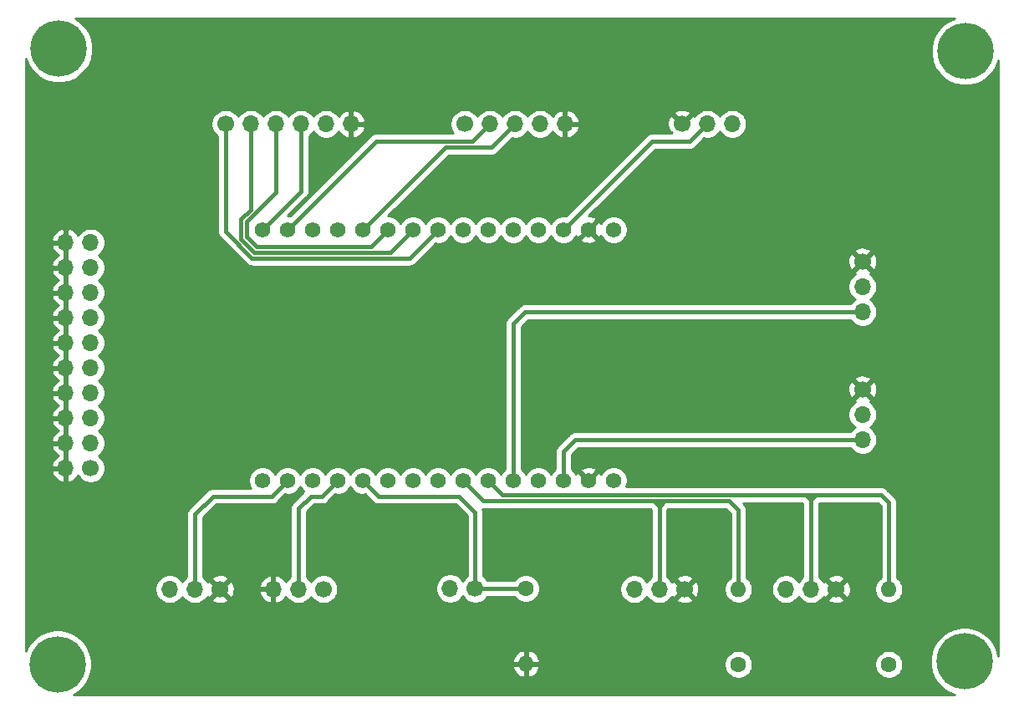
<source format=gbr>
G04 #@! TF.GenerationSoftware,KiCad,Pcbnew,(5.1.10)-1*
G04 #@! TF.CreationDate,2021-10-14T18:13:08-03:00*
G04 #@! TF.ProjectId,esp32_shield,65737033-325f-4736-9869-656c642e6b69,rev?*
G04 #@! TF.SameCoordinates,Original*
G04 #@! TF.FileFunction,Copper,L1,Top*
G04 #@! TF.FilePolarity,Positive*
%FSLAX46Y46*%
G04 Gerber Fmt 4.6, Leading zero omitted, Abs format (unit mm)*
G04 Created by KiCad (PCBNEW (5.1.10)-1) date 2021-10-14 18:13:08*
%MOMM*%
%LPD*%
G01*
G04 APERTURE LIST*
G04 #@! TA.AperFunction,ComponentPad*
%ADD10C,1.700000*%
G04 #@! TD*
G04 #@! TA.AperFunction,ComponentPad*
%ADD11O,1.700000X1.700000*%
G04 #@! TD*
G04 #@! TA.AperFunction,ComponentPad*
%ADD12O,1.600000X1.600000*%
G04 #@! TD*
G04 #@! TA.AperFunction,ComponentPad*
%ADD13C,1.600000*%
G04 #@! TD*
G04 #@! TA.AperFunction,ComponentPad*
%ADD14C,1.560000*%
G04 #@! TD*
G04 #@! TA.AperFunction,ComponentPad*
%ADD15C,5.700000*%
G04 #@! TD*
G04 #@! TA.AperFunction,Conductor*
%ADD16C,0.381000*%
G04 #@! TD*
G04 #@! TA.AperFunction,Conductor*
%ADD17C,0.254000*%
G04 #@! TD*
G04 #@! TA.AperFunction,Conductor*
%ADD18C,0.100000*%
G04 #@! TD*
G04 APERTURE END LIST*
D10*
G04 #@! TO.P,J7,1*
G04 #@! TO.N,/ESP32/LDR*
X135764621Y-114995560D03*
D11*
G04 #@! TO.P,J7,2*
G04 #@! TO.N,+5V*
X133224621Y-114995560D03*
G04 #@! TD*
G04 #@! TO.P,J3,3*
G04 #@! TO.N,/ESP32/SERVO_2*
X174994580Y-99930820D03*
G04 #@! TO.P,J3,2*
G04 #@! TO.N,+5V*
X174994580Y-97390820D03*
D10*
G04 #@! TO.P,J3,1*
G04 #@! TO.N,GND*
X174994580Y-94850820D03*
G04 #@! TD*
G04 #@! TO.P,J2,1*
G04 #@! TO.N,GND*
X174994580Y-81896820D03*
D11*
G04 #@! TO.P,J2,2*
G04 #@! TO.N,+5V*
X174994580Y-84436820D03*
G04 #@! TO.P,J2,3*
G04 #@! TO.N,/ESP32/SERVO_1*
X174994580Y-86976820D03*
G04 #@! TD*
D10*
G04 #@! TO.P,J6,1*
G04 #@! TO.N,GND*
X156716740Y-67942060D03*
D11*
G04 #@! TO.P,J6,2*
G04 #@! TO.N,/DHT11/DHT11*
X159256740Y-67942060D03*
G04 #@! TO.P,J6,3*
G04 #@! TO.N,+5V*
X161796740Y-67942060D03*
G04 #@! TD*
D10*
G04 #@! TO.P,J8,1*
G04 #@! TO.N,/ESP32/CS*
X110488740Y-67942060D03*
D11*
G04 #@! TO.P,J8,2*
G04 #@! TO.N,/ESP32/SCK*
X113028740Y-67942060D03*
G04 #@! TO.P,J8,3*
G04 #@! TO.N,/ESP32/MISO*
X115568740Y-67942060D03*
G04 #@! TO.P,J8,4*
G04 #@! TO.N,/ESP32/MOSI*
X118108740Y-67942060D03*
G04 #@! TO.P,J8,5*
G04 #@! TO.N,+5V*
X120648740Y-67942060D03*
G04 #@! TO.P,J8,6*
G04 #@! TO.N,GND*
X123188740Y-67942060D03*
G04 #@! TD*
G04 #@! TO.P,J10,3*
G04 #@! TO.N,+5V*
X167244349Y-115059060D03*
G04 #@! TO.P,J10,2*
G04 #@! TO.N,/ESP32/TEMP_2*
X169784349Y-115059060D03*
D10*
G04 #@! TO.P,J10,1*
G04 #@! TO.N,GND*
X172324349Y-115059060D03*
G04 #@! TD*
G04 #@! TO.P,J9,1*
G04 #@! TO.N,GND*
X156954657Y-115059060D03*
D11*
G04 #@! TO.P,J9,2*
G04 #@! TO.N,/ESP32/TEMP_1*
X154414657Y-115059060D03*
G04 #@! TO.P,J9,3*
G04 #@! TO.N,+5V*
X151874657Y-115059060D03*
G04 #@! TD*
D10*
G04 #@! TO.P,J1,1*
G04 #@! TO.N,+5V*
X96823540Y-102820820D03*
D11*
G04 #@! TO.P,J1,2*
G04 #@! TO.N,GND*
X94283540Y-102820820D03*
G04 #@! TO.P,J1,3*
G04 #@! TO.N,+5V*
X96823540Y-100280820D03*
G04 #@! TO.P,J1,4*
G04 #@! TO.N,GND*
X94283540Y-100280820D03*
G04 #@! TO.P,J1,5*
G04 #@! TO.N,+5V*
X96823540Y-97740820D03*
G04 #@! TO.P,J1,6*
G04 #@! TO.N,GND*
X94283540Y-97740820D03*
G04 #@! TO.P,J1,7*
G04 #@! TO.N,+5V*
X96823540Y-95200820D03*
G04 #@! TO.P,J1,8*
G04 #@! TO.N,GND*
X94283540Y-95200820D03*
G04 #@! TO.P,J1,9*
G04 #@! TO.N,+5V*
X96823540Y-92660820D03*
G04 #@! TO.P,J1,10*
G04 #@! TO.N,GND*
X94283540Y-92660820D03*
G04 #@! TO.P,J1,11*
G04 #@! TO.N,+5V*
X96823540Y-90120820D03*
G04 #@! TO.P,J1,12*
G04 #@! TO.N,GND*
X94283540Y-90120820D03*
G04 #@! TO.P,J1,13*
G04 #@! TO.N,+5V*
X96823540Y-87580820D03*
G04 #@! TO.P,J1,14*
G04 #@! TO.N,GND*
X94283540Y-87580820D03*
G04 #@! TO.P,J1,15*
G04 #@! TO.N,+5V*
X96823540Y-85040820D03*
G04 #@! TO.P,J1,16*
G04 #@! TO.N,GND*
X94283540Y-85040820D03*
G04 #@! TO.P,J1,17*
G04 #@! TO.N,+5V*
X96823540Y-82500820D03*
G04 #@! TO.P,J1,18*
G04 #@! TO.N,GND*
X94283540Y-82500820D03*
G04 #@! TO.P,J1,19*
G04 #@! TO.N,+5V*
X96823540Y-79960820D03*
G04 #@! TO.P,J1,20*
G04 #@! TO.N,GND*
X94283540Y-79960820D03*
G04 #@! TD*
G04 #@! TO.P,J5,3*
G04 #@! TO.N,GND*
X115314740Y-115059060D03*
G04 #@! TO.P,J5,2*
G04 #@! TO.N,/Corriente/SC_2*
X117854740Y-115059060D03*
D10*
G04 #@! TO.P,J5,1*
G04 #@! TO.N,+5V*
X120394740Y-115059060D03*
G04 #@! TD*
G04 #@! TO.P,J4,3*
G04 #@! TO.N,GND*
X109900585Y-115059060D03*
D11*
G04 #@! TO.P,J4,2*
G04 #@! TO.N,/Corriente/SC_1*
X107360585Y-115059060D03*
G04 #@! TO.P,J4,1*
G04 #@! TO.N,+5V*
X104820585Y-115059060D03*
G04 #@! TD*
D10*
G04 #@! TO.P,J11,1*
G04 #@! TO.N,N/C*
X134706740Y-67942060D03*
D11*
G04 #@! TO.P,J11,2*
G04 #@! TO.N,/ESP32/SCL*
X137246740Y-67942060D03*
G04 #@! TO.P,J11,3*
G04 #@! TO.N,/ESP32/SDA*
X139786740Y-67942060D03*
G04 #@! TO.P,J11,4*
G04 #@! TO.N,+5V*
X142326740Y-67942060D03*
G04 #@! TO.P,J11,5*
G04 #@! TO.N,GND*
X144866740Y-67942060D03*
G04 #@! TD*
D12*
G04 #@! TO.P,R3,2*
G04 #@! TO.N,/ESP32/TEMP_2*
X177671740Y-115059060D03*
D13*
G04 #@! TO.P,R3,1*
G04 #@! TO.N,+5V*
X177671740Y-122679060D03*
G04 #@! TD*
G04 #@! TO.P,R1,1*
G04 #@! TO.N,/ESP32/LDR*
X140905240Y-114995560D03*
D12*
G04 #@! TO.P,R1,2*
G04 #@! TO.N,GND*
X140905240Y-122615560D03*
G04 #@! TD*
D13*
G04 #@! TO.P,R2,1*
G04 #@! TO.N,+5V*
X162431740Y-122679060D03*
D12*
G04 #@! TO.P,R2,2*
G04 #@! TO.N,/ESP32/TEMP_1*
X162431740Y-115059060D03*
G04 #@! TD*
D14*
G04 #@! TO.P,U1,29*
G04 #@! TO.N,GND*
X147233580Y-78658320D03*
G04 #@! TO.P,U1,28*
G04 #@! TO.N,/DHT11/DHT11*
X144693580Y-78658320D03*
G04 #@! TO.P,U1,27*
G04 #@! TO.N,N/C*
X142153580Y-78658320D03*
G04 #@! TO.P,U1,26*
X139613580Y-78658320D03*
G04 #@! TO.P,U1,25*
X137073580Y-78658320D03*
G04 #@! TO.P,U1,24*
X134533580Y-78658320D03*
G04 #@! TO.P,U1,23*
G04 #@! TO.N,/ESP32/CS*
X131993580Y-78658320D03*
G04 #@! TO.P,U1,22*
G04 #@! TO.N,/ESP32/SCK*
X129453580Y-78658320D03*
G04 #@! TO.P,U1,21*
G04 #@! TO.N,/ESP32/MISO*
X126913580Y-78658320D03*
G04 #@! TO.P,U1,20*
G04 #@! TO.N,/ESP32/SDA*
X124373580Y-78658320D03*
G04 #@! TO.P,U1,19*
G04 #@! TO.N,N/C*
X121833580Y-78658320D03*
G04 #@! TO.P,U1,18*
X119293580Y-78658320D03*
G04 #@! TO.P,U1,17*
G04 #@! TO.N,/ESP32/SCL*
X116753580Y-78658320D03*
G04 #@! TO.P,U1,16*
G04 #@! TO.N,/ESP32/MOSI*
X114213580Y-78658320D03*
G04 #@! TO.P,U1,15*
G04 #@! TO.N,N/C*
X149773580Y-104058320D03*
G04 #@! TO.P,U1,14*
G04 #@! TO.N,GND*
X147233580Y-104058320D03*
G04 #@! TO.P,U1,13*
G04 #@! TO.N,/ESP32/SERVO_2*
X144693580Y-104058320D03*
G04 #@! TO.P,U1,12*
G04 #@! TO.N,N/C*
X142153580Y-104058320D03*
G04 #@! TO.P,U1,11*
G04 #@! TO.N,/ESP32/SERVO_1*
X139613580Y-104058320D03*
G04 #@! TO.P,U1,10*
G04 #@! TO.N,/ESP32/TEMP_2*
X137073580Y-104058320D03*
G04 #@! TO.P,U1,9*
G04 #@! TO.N,/ESP32/TEMP_1*
X134533580Y-104058320D03*
G04 #@! TO.P,U1,8*
G04 #@! TO.N,N/C*
X131993580Y-104058320D03*
G04 #@! TO.P,U1,7*
X129453580Y-104058320D03*
G04 #@! TO.P,U1,6*
X126913580Y-104058320D03*
G04 #@! TO.P,U1,5*
G04 #@! TO.N,/ESP32/LDR*
X124373580Y-104058320D03*
G04 #@! TO.P,U1,4*
G04 #@! TO.N,/Corriente/SC_2*
X121833580Y-104058320D03*
G04 #@! TO.P,U1,3*
G04 #@! TO.N,N/C*
X119293580Y-104058320D03*
G04 #@! TO.P,U1,2*
G04 #@! TO.N,/Corriente/SC_1*
X116753580Y-104058320D03*
G04 #@! TO.P,U1,1*
G04 #@! TO.N,N/C*
X114213580Y-104058320D03*
G04 #@! TO.P,U1,30*
X149773580Y-78658320D03*
G04 #@! TD*
D15*
G04 #@! TO.P,H1,1*
G04 #@! TO.N,N/C*
X93580000Y-60308000D03*
G04 #@! TD*
G04 #@! TO.P,H2,1*
G04 #@! TO.N,N/C*
X93453000Y-122665000D03*
G04 #@! TD*
G04 #@! TO.P,H3,1*
G04 #@! TO.N,N/C*
X185401000Y-60562000D03*
G04 #@! TD*
G04 #@! TO.P,H4,1*
G04 #@! TO.N,N/C*
X185318400Y-122402600D03*
G04 #@! TD*
D16*
G04 #@! TO.N,/Corriente/SC_1*
X107360585Y-115059060D02*
X107360585Y-107487415D01*
X107360585Y-107487415D02*
X109201000Y-105647000D01*
X115164900Y-105647000D02*
X116753580Y-104058320D01*
X109201000Y-105647000D02*
X115164900Y-105647000D01*
G04 #@! TO.N,/Corriente/SC_2*
X117854740Y-115059060D02*
X117854740Y-106899260D01*
X117854740Y-106899260D02*
X119107000Y-105647000D01*
X120244900Y-105647000D02*
X121833580Y-104058320D01*
X119107000Y-105647000D02*
X120244900Y-105647000D01*
G04 #@! TO.N,/ESP32/CS*
X129115880Y-81536020D02*
X131993580Y-78658320D01*
X113164676Y-81536020D02*
X129115880Y-81536020D01*
X110488740Y-78860084D02*
X113164676Y-81536020D01*
X110488740Y-67942060D02*
X110488740Y-78860084D01*
G04 #@! TO.N,/ESP32/SCK*
X113028740Y-67942060D02*
X113028740Y-76613588D01*
X127156890Y-80955010D02*
X129453580Y-78658320D01*
X113405338Y-80955010D02*
X127156890Y-80955010D01*
X112048991Y-79598663D02*
X113405338Y-80955010D01*
X112048990Y-77593338D02*
X112048991Y-79598663D01*
X113028740Y-76613588D02*
X112048990Y-77593338D01*
G04 #@! TO.N,/ESP32/MOSI*
X118108740Y-74763160D02*
X114213580Y-78658320D01*
X118108740Y-67942060D02*
X118108740Y-74763160D01*
G04 #@! TO.N,/ESP32/MISO*
X115568740Y-67942060D02*
X115568740Y-74895260D01*
X115568740Y-74895260D02*
X112630000Y-77834000D01*
X112630000Y-77834000D02*
X112630000Y-79358000D01*
X112630000Y-79358000D02*
X113646000Y-80374000D01*
X125197900Y-80374000D02*
X126913580Y-78658320D01*
X113646000Y-80374000D02*
X125197900Y-80374000D01*
G04 #@! TO.N,/ESP32/SCL*
X116753580Y-78658320D02*
X125705900Y-69706000D01*
X135482800Y-69706000D02*
X137246740Y-67942060D01*
X125705900Y-69706000D02*
X135482800Y-69706000D01*
G04 #@! TO.N,/ESP32/SDA*
X137441790Y-70287010D02*
X139786740Y-67942060D01*
X132744890Y-70287010D02*
X137441790Y-70287010D01*
X124373580Y-78658320D02*
X132744890Y-70287010D01*
G04 #@! TO.N,/ESP32/SERVO_1*
X139613580Y-104058320D02*
X139613580Y-88188420D01*
X140825180Y-86976820D02*
X174994580Y-86976820D01*
X139613580Y-88188420D02*
X140825180Y-86976820D01*
G04 #@! TO.N,/ESP32/SERVO_2*
X144693580Y-104058320D02*
X144693580Y-101142420D01*
X145905180Y-99930820D02*
X174994580Y-99930820D01*
X144693580Y-101142420D02*
X145905180Y-99930820D01*
G04 #@! TO.N,/ESP32/LDR*
X140905240Y-114995560D02*
X135764621Y-114995560D01*
X135764621Y-114995560D02*
X135764621Y-107318621D01*
X135764621Y-107318621D02*
X134093000Y-105647000D01*
X125962260Y-105647000D02*
X124373580Y-104058320D01*
X134093000Y-105647000D02*
X125962260Y-105647000D01*
G04 #@! TO.N,/ESP32/TEMP_2*
X177671740Y-115059060D02*
X177671740Y-106299740D01*
X177671740Y-106299740D02*
X176892000Y-105520000D01*
X138535260Y-105520000D02*
X137073580Y-104058320D01*
X169784349Y-105524349D02*
X169780000Y-105520000D01*
X169775651Y-106023651D02*
X169272000Y-105520000D01*
X169272000Y-105520000D02*
X138535260Y-105520000D01*
X169780000Y-105520000D02*
X169272000Y-105520000D01*
X169784349Y-106023651D02*
X169775651Y-106023651D01*
X169784349Y-115059060D02*
X169784349Y-106023651D01*
X169784349Y-106023651D02*
X169784349Y-105524349D01*
X169784349Y-106023651D02*
X170288000Y-105520000D01*
X170288000Y-105520000D02*
X169780000Y-105520000D01*
X176892000Y-105520000D02*
X170288000Y-105520000D01*
G04 #@! TO.N,/ESP32/TEMP_1*
X162431740Y-115059060D02*
X162431740Y-107061740D01*
X136576270Y-106101010D02*
X134533580Y-104058320D01*
X162431740Y-107061740D02*
X161471010Y-106101010D01*
X154414657Y-106156657D02*
X154359010Y-106101010D01*
X154414657Y-106664657D02*
X153851010Y-106101010D01*
X153851010Y-106101010D02*
X136576270Y-106101010D01*
X154359010Y-106101010D02*
X153851010Y-106101010D01*
X154414657Y-115059060D02*
X154414657Y-106664657D01*
X154414657Y-106664657D02*
X154414657Y-106156657D01*
X154414657Y-106661343D02*
X154974990Y-106101010D01*
X154414657Y-106664657D02*
X154414657Y-106661343D01*
X154974990Y-106101010D02*
X154359010Y-106101010D01*
X161471010Y-106101010D02*
X154974990Y-106101010D01*
G04 #@! TO.N,/DHT11/DHT11*
X144693580Y-78658320D02*
X153645900Y-69706000D01*
X157492800Y-69706000D02*
X159256740Y-67942060D01*
X153645900Y-69706000D02*
X157492800Y-69706000D01*
G04 #@! TD*
D17*
G04 #@! TO.N,GND*
X183750234Y-57473633D02*
X183179442Y-57855024D01*
X182694024Y-58340442D01*
X182312633Y-58911234D01*
X182049927Y-59545463D01*
X181916000Y-60218758D01*
X181916000Y-60905242D01*
X182049927Y-61578537D01*
X182312633Y-62212766D01*
X182694024Y-62783558D01*
X183179442Y-63268976D01*
X183750234Y-63650367D01*
X184384463Y-63913073D01*
X185057758Y-64047000D01*
X185744242Y-64047000D01*
X186417537Y-63913073D01*
X187051766Y-63650367D01*
X187622558Y-63268976D01*
X188107976Y-62783558D01*
X188489367Y-62212766D01*
X188752073Y-61578537D01*
X188765001Y-61513544D01*
X188765000Y-121866309D01*
X188669473Y-121386063D01*
X188406767Y-120751834D01*
X188025376Y-120181042D01*
X187539958Y-119695624D01*
X186969166Y-119314233D01*
X186334937Y-119051527D01*
X185661642Y-118917600D01*
X184975158Y-118917600D01*
X184301863Y-119051527D01*
X183667634Y-119314233D01*
X183096842Y-119695624D01*
X182611424Y-120181042D01*
X182230033Y-120751834D01*
X181967327Y-121386063D01*
X181833400Y-122059358D01*
X181833400Y-122745842D01*
X181967327Y-123419137D01*
X182230033Y-124053366D01*
X182611424Y-124624158D01*
X183096842Y-125109576D01*
X183667634Y-125490967D01*
X184301863Y-125753673D01*
X184348753Y-125763000D01*
X95080510Y-125763000D01*
X95103766Y-125753367D01*
X95674558Y-125371976D01*
X96159976Y-124886558D01*
X96541367Y-124315766D01*
X96804073Y-123681537D01*
X96938000Y-123008242D01*
X96938000Y-122964600D01*
X139513331Y-122964600D01*
X139608170Y-123229441D01*
X139752855Y-123470691D01*
X139941826Y-123679079D01*
X140167820Y-123846597D01*
X140422153Y-123966806D01*
X140556201Y-124007464D01*
X140778240Y-123885475D01*
X140778240Y-122742560D01*
X141032240Y-122742560D01*
X141032240Y-123885475D01*
X141254279Y-124007464D01*
X141388327Y-123966806D01*
X141642660Y-123846597D01*
X141868654Y-123679079D01*
X142057625Y-123470691D01*
X142202310Y-123229441D01*
X142297149Y-122964600D01*
X142175864Y-122742560D01*
X141032240Y-122742560D01*
X140778240Y-122742560D01*
X139634616Y-122742560D01*
X139513331Y-122964600D01*
X96938000Y-122964600D01*
X96938000Y-122537725D01*
X160996740Y-122537725D01*
X160996740Y-122820395D01*
X161051887Y-123097634D01*
X161160060Y-123358787D01*
X161317103Y-123593819D01*
X161516981Y-123793697D01*
X161752013Y-123950740D01*
X162013166Y-124058913D01*
X162290405Y-124114060D01*
X162573075Y-124114060D01*
X162850314Y-124058913D01*
X163111467Y-123950740D01*
X163346499Y-123793697D01*
X163546377Y-123593819D01*
X163703420Y-123358787D01*
X163811593Y-123097634D01*
X163866740Y-122820395D01*
X163866740Y-122537725D01*
X176236740Y-122537725D01*
X176236740Y-122820395D01*
X176291887Y-123097634D01*
X176400060Y-123358787D01*
X176557103Y-123593819D01*
X176756981Y-123793697D01*
X176992013Y-123950740D01*
X177253166Y-124058913D01*
X177530405Y-124114060D01*
X177813075Y-124114060D01*
X178090314Y-124058913D01*
X178351467Y-123950740D01*
X178586499Y-123793697D01*
X178786377Y-123593819D01*
X178943420Y-123358787D01*
X179051593Y-123097634D01*
X179106740Y-122820395D01*
X179106740Y-122537725D01*
X179051593Y-122260486D01*
X178943420Y-121999333D01*
X178786377Y-121764301D01*
X178586499Y-121564423D01*
X178351467Y-121407380D01*
X178090314Y-121299207D01*
X177813075Y-121244060D01*
X177530405Y-121244060D01*
X177253166Y-121299207D01*
X176992013Y-121407380D01*
X176756981Y-121564423D01*
X176557103Y-121764301D01*
X176400060Y-121999333D01*
X176291887Y-122260486D01*
X176236740Y-122537725D01*
X163866740Y-122537725D01*
X163811593Y-122260486D01*
X163703420Y-121999333D01*
X163546377Y-121764301D01*
X163346499Y-121564423D01*
X163111467Y-121407380D01*
X162850314Y-121299207D01*
X162573075Y-121244060D01*
X162290405Y-121244060D01*
X162013166Y-121299207D01*
X161752013Y-121407380D01*
X161516981Y-121564423D01*
X161317103Y-121764301D01*
X161160060Y-121999333D01*
X161051887Y-122260486D01*
X160996740Y-122537725D01*
X96938000Y-122537725D01*
X96938000Y-122321758D01*
X96927013Y-122266520D01*
X139513331Y-122266520D01*
X139634616Y-122488560D01*
X140778240Y-122488560D01*
X140778240Y-121345645D01*
X141032240Y-121345645D01*
X141032240Y-122488560D01*
X142175864Y-122488560D01*
X142297149Y-122266520D01*
X142202310Y-122001679D01*
X142057625Y-121760429D01*
X141868654Y-121552041D01*
X141642660Y-121384523D01*
X141388327Y-121264314D01*
X141254279Y-121223656D01*
X141032240Y-121345645D01*
X140778240Y-121345645D01*
X140556201Y-121223656D01*
X140422153Y-121264314D01*
X140167820Y-121384523D01*
X139941826Y-121552041D01*
X139752855Y-121760429D01*
X139608170Y-122001679D01*
X139513331Y-122266520D01*
X96927013Y-122266520D01*
X96804073Y-121648463D01*
X96541367Y-121014234D01*
X96159976Y-120443442D01*
X95674558Y-119958024D01*
X95103766Y-119576633D01*
X94469537Y-119313927D01*
X93796242Y-119180000D01*
X93109758Y-119180000D01*
X92436463Y-119313927D01*
X91802234Y-119576633D01*
X91231442Y-119958024D01*
X90746024Y-120443442D01*
X90364633Y-121014234D01*
X90235000Y-121327196D01*
X90235000Y-114912800D01*
X103335585Y-114912800D01*
X103335585Y-115205320D01*
X103392653Y-115492218D01*
X103504595Y-115762471D01*
X103667110Y-116005692D01*
X103873953Y-116212535D01*
X104117174Y-116375050D01*
X104387427Y-116486992D01*
X104674325Y-116544060D01*
X104966845Y-116544060D01*
X105253743Y-116486992D01*
X105523996Y-116375050D01*
X105767217Y-116212535D01*
X105974060Y-116005692D01*
X106090585Y-115831300D01*
X106207110Y-116005692D01*
X106413953Y-116212535D01*
X106657174Y-116375050D01*
X106927427Y-116486992D01*
X107214325Y-116544060D01*
X107506845Y-116544060D01*
X107793743Y-116486992D01*
X108063996Y-116375050D01*
X108307217Y-116212535D01*
X108432295Y-116087457D01*
X109051793Y-116087457D01*
X109129428Y-116336532D01*
X109393468Y-116462431D01*
X109676996Y-116534399D01*
X109969116Y-116549671D01*
X110258604Y-116507659D01*
X110534332Y-116409979D01*
X110671742Y-116336532D01*
X110749377Y-116087457D01*
X109900585Y-115238665D01*
X109051793Y-116087457D01*
X108432295Y-116087457D01*
X108514060Y-116005692D01*
X108629896Y-115832331D01*
X108872188Y-115907852D01*
X109720980Y-115059060D01*
X110080190Y-115059060D01*
X110928982Y-115907852D01*
X111178057Y-115830217D01*
X111303956Y-115566177D01*
X111342087Y-115415951D01*
X113873259Y-115415951D01*
X113970583Y-115690312D01*
X114119562Y-115940415D01*
X114314471Y-116156648D01*
X114547820Y-116330701D01*
X114810641Y-116455885D01*
X114957850Y-116500536D01*
X115187740Y-116379215D01*
X115187740Y-115186060D01*
X113993926Y-115186060D01*
X113873259Y-115415951D01*
X111342087Y-115415951D01*
X111375924Y-115282649D01*
X111391196Y-114990529D01*
X111349348Y-114702169D01*
X113873259Y-114702169D01*
X113993926Y-114932060D01*
X115187740Y-114932060D01*
X115187740Y-113738905D01*
X114957850Y-113617584D01*
X114810641Y-113662235D01*
X114547820Y-113787419D01*
X114314471Y-113961472D01*
X114119562Y-114177705D01*
X113970583Y-114427808D01*
X113873259Y-114702169D01*
X111349348Y-114702169D01*
X111349184Y-114701041D01*
X111251504Y-114425313D01*
X111178057Y-114287903D01*
X110928982Y-114210268D01*
X110080190Y-115059060D01*
X109720980Y-115059060D01*
X108872188Y-114210268D01*
X108629896Y-114285789D01*
X108514060Y-114112428D01*
X108432295Y-114030663D01*
X109051793Y-114030663D01*
X109900585Y-114879455D01*
X110749377Y-114030663D01*
X110671742Y-113781588D01*
X110407702Y-113655689D01*
X110124174Y-113583721D01*
X109832054Y-113568449D01*
X109542566Y-113610461D01*
X109266838Y-113708141D01*
X109129428Y-113781588D01*
X109051793Y-114030663D01*
X108432295Y-114030663D01*
X108307217Y-113905585D01*
X108186085Y-113824647D01*
X108186085Y-107829347D01*
X109542934Y-106472500D01*
X115124350Y-106472500D01*
X115164900Y-106476494D01*
X115205450Y-106472500D01*
X115205453Y-106472500D01*
X115326726Y-106460556D01*
X115482334Y-106413353D01*
X115625742Y-106336699D01*
X115751441Y-106233541D01*
X115777298Y-106202034D01*
X116523965Y-105455368D01*
X116614215Y-105473320D01*
X116892945Y-105473320D01*
X117166320Y-105418943D01*
X117423834Y-105312277D01*
X117655590Y-105157423D01*
X117852683Y-104960330D01*
X118007537Y-104728574D01*
X118023580Y-104689843D01*
X118039623Y-104728574D01*
X118194477Y-104960330D01*
X118391570Y-105157423D01*
X118414094Y-105172473D01*
X117299701Y-106286867D01*
X117268200Y-106312719D01*
X117226603Y-106363406D01*
X117165041Y-106438418D01*
X117088387Y-106581827D01*
X117041185Y-106737434D01*
X117025246Y-106899260D01*
X117029241Y-106939820D01*
X117029240Y-113824647D01*
X116908108Y-113905585D01*
X116701265Y-114112428D01*
X116579545Y-114294594D01*
X116509918Y-114177705D01*
X116315009Y-113961472D01*
X116081660Y-113787419D01*
X115818839Y-113662235D01*
X115671630Y-113617584D01*
X115441740Y-113738905D01*
X115441740Y-114932060D01*
X115461740Y-114932060D01*
X115461740Y-115186060D01*
X115441740Y-115186060D01*
X115441740Y-116379215D01*
X115671630Y-116500536D01*
X115818839Y-116455885D01*
X116081660Y-116330701D01*
X116315009Y-116156648D01*
X116509918Y-115940415D01*
X116579545Y-115823526D01*
X116701265Y-116005692D01*
X116908108Y-116212535D01*
X117151329Y-116375050D01*
X117421582Y-116486992D01*
X117708480Y-116544060D01*
X118001000Y-116544060D01*
X118287898Y-116486992D01*
X118558151Y-116375050D01*
X118801372Y-116212535D01*
X119008215Y-116005692D01*
X119124740Y-115831300D01*
X119241265Y-116005692D01*
X119448108Y-116212535D01*
X119691329Y-116375050D01*
X119961582Y-116486992D01*
X120248480Y-116544060D01*
X120541000Y-116544060D01*
X120827898Y-116486992D01*
X121098151Y-116375050D01*
X121341372Y-116212535D01*
X121548215Y-116005692D01*
X121710730Y-115762471D01*
X121822672Y-115492218D01*
X121879740Y-115205320D01*
X121879740Y-114912800D01*
X121822672Y-114625902D01*
X121710730Y-114355649D01*
X121548215Y-114112428D01*
X121341372Y-113905585D01*
X121098151Y-113743070D01*
X120827898Y-113631128D01*
X120541000Y-113574060D01*
X120248480Y-113574060D01*
X119961582Y-113631128D01*
X119691329Y-113743070D01*
X119448108Y-113905585D01*
X119241265Y-114112428D01*
X119124740Y-114286820D01*
X119008215Y-114112428D01*
X118801372Y-113905585D01*
X118680240Y-113824647D01*
X118680240Y-107241192D01*
X119448933Y-106472500D01*
X120204350Y-106472500D01*
X120244900Y-106476494D01*
X120285450Y-106472500D01*
X120285453Y-106472500D01*
X120406726Y-106460556D01*
X120562334Y-106413353D01*
X120705742Y-106336699D01*
X120831441Y-106233541D01*
X120857298Y-106202034D01*
X121603965Y-105455368D01*
X121694215Y-105473320D01*
X121972945Y-105473320D01*
X122246320Y-105418943D01*
X122503834Y-105312277D01*
X122735590Y-105157423D01*
X122932683Y-104960330D01*
X123087537Y-104728574D01*
X123103580Y-104689843D01*
X123119623Y-104728574D01*
X123274477Y-104960330D01*
X123471570Y-105157423D01*
X123703326Y-105312277D01*
X123960840Y-105418943D01*
X124234215Y-105473320D01*
X124512945Y-105473320D01*
X124603195Y-105455368D01*
X125349871Y-106202045D01*
X125375719Y-106233541D01*
X125407215Y-106259389D01*
X125407218Y-106259392D01*
X125501417Y-106336699D01*
X125644826Y-106413353D01*
X125800434Y-106460556D01*
X125921707Y-106472500D01*
X125921709Y-106472500D01*
X125962260Y-106476494D01*
X126002810Y-106472500D01*
X133751068Y-106472500D01*
X134939122Y-107660555D01*
X134939121Y-113761147D01*
X134817989Y-113842085D01*
X134611146Y-114048928D01*
X134494621Y-114223320D01*
X134378096Y-114048928D01*
X134171253Y-113842085D01*
X133928032Y-113679570D01*
X133657779Y-113567628D01*
X133370881Y-113510560D01*
X133078361Y-113510560D01*
X132791463Y-113567628D01*
X132521210Y-113679570D01*
X132277989Y-113842085D01*
X132071146Y-114048928D01*
X131908631Y-114292149D01*
X131796689Y-114562402D01*
X131739621Y-114849300D01*
X131739621Y-115141820D01*
X131796689Y-115428718D01*
X131908631Y-115698971D01*
X132071146Y-115942192D01*
X132277989Y-116149035D01*
X132521210Y-116311550D01*
X132791463Y-116423492D01*
X133078361Y-116480560D01*
X133370881Y-116480560D01*
X133657779Y-116423492D01*
X133928032Y-116311550D01*
X134171253Y-116149035D01*
X134378096Y-115942192D01*
X134494621Y-115767800D01*
X134611146Y-115942192D01*
X134817989Y-116149035D01*
X135061210Y-116311550D01*
X135331463Y-116423492D01*
X135618361Y-116480560D01*
X135910881Y-116480560D01*
X136197779Y-116423492D01*
X136468032Y-116311550D01*
X136711253Y-116149035D01*
X136918096Y-115942192D01*
X136999034Y-115821060D01*
X139730962Y-115821060D01*
X139790603Y-115910319D01*
X139990481Y-116110197D01*
X140225513Y-116267240D01*
X140486666Y-116375413D01*
X140763905Y-116430560D01*
X141046575Y-116430560D01*
X141323814Y-116375413D01*
X141584967Y-116267240D01*
X141819999Y-116110197D01*
X142019877Y-115910319D01*
X142176920Y-115675287D01*
X142285093Y-115414134D01*
X142340240Y-115136895D01*
X142340240Y-114854225D01*
X142285093Y-114576986D01*
X142176920Y-114315833D01*
X142019877Y-114080801D01*
X141819999Y-113880923D01*
X141584967Y-113723880D01*
X141323814Y-113615707D01*
X141046575Y-113560560D01*
X140763905Y-113560560D01*
X140486666Y-113615707D01*
X140225513Y-113723880D01*
X139990481Y-113880923D01*
X139790603Y-114080801D01*
X139730962Y-114170060D01*
X136999034Y-114170060D01*
X136918096Y-114048928D01*
X136711253Y-113842085D01*
X136590121Y-113761147D01*
X136590121Y-107359171D01*
X136594115Y-107318620D01*
X136590121Y-107278068D01*
X136578177Y-107156795D01*
X136530974Y-107001187D01*
X136488577Y-106921867D01*
X136535717Y-106926510D01*
X136535719Y-106926510D01*
X136576270Y-106930504D01*
X136616820Y-106926510D01*
X153509078Y-106926510D01*
X153589158Y-107006591D01*
X153589157Y-113824647D01*
X153468025Y-113905585D01*
X153261182Y-114112428D01*
X153144657Y-114286820D01*
X153028132Y-114112428D01*
X152821289Y-113905585D01*
X152578068Y-113743070D01*
X152307815Y-113631128D01*
X152020917Y-113574060D01*
X151728397Y-113574060D01*
X151441499Y-113631128D01*
X151171246Y-113743070D01*
X150928025Y-113905585D01*
X150721182Y-114112428D01*
X150558667Y-114355649D01*
X150446725Y-114625902D01*
X150389657Y-114912800D01*
X150389657Y-115205320D01*
X150446725Y-115492218D01*
X150558667Y-115762471D01*
X150721182Y-116005692D01*
X150928025Y-116212535D01*
X151171246Y-116375050D01*
X151441499Y-116486992D01*
X151728397Y-116544060D01*
X152020917Y-116544060D01*
X152307815Y-116486992D01*
X152578068Y-116375050D01*
X152821289Y-116212535D01*
X153028132Y-116005692D01*
X153144657Y-115831300D01*
X153261182Y-116005692D01*
X153468025Y-116212535D01*
X153711246Y-116375050D01*
X153981499Y-116486992D01*
X154268397Y-116544060D01*
X154560917Y-116544060D01*
X154847815Y-116486992D01*
X155118068Y-116375050D01*
X155361289Y-116212535D01*
X155486367Y-116087457D01*
X156105865Y-116087457D01*
X156183500Y-116336532D01*
X156447540Y-116462431D01*
X156731068Y-116534399D01*
X157023188Y-116549671D01*
X157312676Y-116507659D01*
X157588404Y-116409979D01*
X157725814Y-116336532D01*
X157803449Y-116087457D01*
X156954657Y-115238665D01*
X156105865Y-116087457D01*
X155486367Y-116087457D01*
X155568132Y-116005692D01*
X155683968Y-115832331D01*
X155926260Y-115907852D01*
X156775052Y-115059060D01*
X157134262Y-115059060D01*
X157983054Y-115907852D01*
X158232129Y-115830217D01*
X158358028Y-115566177D01*
X158429996Y-115282649D01*
X158445268Y-114990529D01*
X158403256Y-114701041D01*
X158305576Y-114425313D01*
X158232129Y-114287903D01*
X157983054Y-114210268D01*
X157134262Y-115059060D01*
X156775052Y-115059060D01*
X155926260Y-114210268D01*
X155683968Y-114285789D01*
X155568132Y-114112428D01*
X155486367Y-114030663D01*
X156105865Y-114030663D01*
X156954657Y-114879455D01*
X157803449Y-114030663D01*
X157725814Y-113781588D01*
X157461774Y-113655689D01*
X157178246Y-113583721D01*
X156886126Y-113568449D01*
X156596638Y-113610461D01*
X156320910Y-113708141D01*
X156183500Y-113781588D01*
X156105865Y-114030663D01*
X155486367Y-114030663D01*
X155361289Y-113905585D01*
X155240157Y-113824647D01*
X155240157Y-107003276D01*
X155316923Y-106926510D01*
X161129078Y-106926510D01*
X161606241Y-107403674D01*
X161606240Y-113884782D01*
X161516981Y-113944423D01*
X161317103Y-114144301D01*
X161160060Y-114379333D01*
X161051887Y-114640486D01*
X160996740Y-114917725D01*
X160996740Y-115200395D01*
X161051887Y-115477634D01*
X161160060Y-115738787D01*
X161317103Y-115973819D01*
X161516981Y-116173697D01*
X161752013Y-116330740D01*
X162013166Y-116438913D01*
X162290405Y-116494060D01*
X162573075Y-116494060D01*
X162850314Y-116438913D01*
X163111467Y-116330740D01*
X163346499Y-116173697D01*
X163546377Y-115973819D01*
X163703420Y-115738787D01*
X163811593Y-115477634D01*
X163866740Y-115200395D01*
X163866740Y-114917725D01*
X163811593Y-114640486D01*
X163703420Y-114379333D01*
X163546377Y-114144301D01*
X163346499Y-113944423D01*
X163257240Y-113884782D01*
X163257240Y-107102282D01*
X163261233Y-107061739D01*
X163257240Y-107021196D01*
X163257240Y-107021187D01*
X163245296Y-106899914D01*
X163198093Y-106744306D01*
X163121439Y-106600898D01*
X163018281Y-106475199D01*
X162986779Y-106449346D01*
X162882933Y-106345500D01*
X168930068Y-106345500D01*
X168958850Y-106374282D01*
X168958849Y-113824647D01*
X168837717Y-113905585D01*
X168630874Y-114112428D01*
X168514349Y-114286820D01*
X168397824Y-114112428D01*
X168190981Y-113905585D01*
X167947760Y-113743070D01*
X167677507Y-113631128D01*
X167390609Y-113574060D01*
X167098089Y-113574060D01*
X166811191Y-113631128D01*
X166540938Y-113743070D01*
X166297717Y-113905585D01*
X166090874Y-114112428D01*
X165928359Y-114355649D01*
X165816417Y-114625902D01*
X165759349Y-114912800D01*
X165759349Y-115205320D01*
X165816417Y-115492218D01*
X165928359Y-115762471D01*
X166090874Y-116005692D01*
X166297717Y-116212535D01*
X166540938Y-116375050D01*
X166811191Y-116486992D01*
X167098089Y-116544060D01*
X167390609Y-116544060D01*
X167677507Y-116486992D01*
X167947760Y-116375050D01*
X168190981Y-116212535D01*
X168397824Y-116005692D01*
X168514349Y-115831300D01*
X168630874Y-116005692D01*
X168837717Y-116212535D01*
X169080938Y-116375050D01*
X169351191Y-116486992D01*
X169638089Y-116544060D01*
X169930609Y-116544060D01*
X170217507Y-116486992D01*
X170487760Y-116375050D01*
X170730981Y-116212535D01*
X170856059Y-116087457D01*
X171475557Y-116087457D01*
X171553192Y-116336532D01*
X171817232Y-116462431D01*
X172100760Y-116534399D01*
X172392880Y-116549671D01*
X172682368Y-116507659D01*
X172958096Y-116409979D01*
X173095506Y-116336532D01*
X173173141Y-116087457D01*
X172324349Y-115238665D01*
X171475557Y-116087457D01*
X170856059Y-116087457D01*
X170937824Y-116005692D01*
X171053660Y-115832331D01*
X171295952Y-115907852D01*
X172144744Y-115059060D01*
X172503954Y-115059060D01*
X173352746Y-115907852D01*
X173601821Y-115830217D01*
X173727720Y-115566177D01*
X173799688Y-115282649D01*
X173814960Y-114990529D01*
X173772948Y-114701041D01*
X173675268Y-114425313D01*
X173601821Y-114287903D01*
X173352746Y-114210268D01*
X172503954Y-115059060D01*
X172144744Y-115059060D01*
X171295952Y-114210268D01*
X171053660Y-114285789D01*
X170937824Y-114112428D01*
X170856059Y-114030663D01*
X171475557Y-114030663D01*
X172324349Y-114879455D01*
X173173141Y-114030663D01*
X173095506Y-113781588D01*
X172831466Y-113655689D01*
X172547938Y-113583721D01*
X172255818Y-113568449D01*
X171966330Y-113610461D01*
X171690602Y-113708141D01*
X171553192Y-113781588D01*
X171475557Y-114030663D01*
X170856059Y-114030663D01*
X170730981Y-113905585D01*
X170609849Y-113824647D01*
X170609849Y-106365583D01*
X170629932Y-106345500D01*
X176550067Y-106345500D01*
X176846241Y-106641674D01*
X176846240Y-113884782D01*
X176756981Y-113944423D01*
X176557103Y-114144301D01*
X176400060Y-114379333D01*
X176291887Y-114640486D01*
X176236740Y-114917725D01*
X176236740Y-115200395D01*
X176291887Y-115477634D01*
X176400060Y-115738787D01*
X176557103Y-115973819D01*
X176756981Y-116173697D01*
X176992013Y-116330740D01*
X177253166Y-116438913D01*
X177530405Y-116494060D01*
X177813075Y-116494060D01*
X178090314Y-116438913D01*
X178351467Y-116330740D01*
X178586499Y-116173697D01*
X178786377Y-115973819D01*
X178943420Y-115738787D01*
X179051593Y-115477634D01*
X179106740Y-115200395D01*
X179106740Y-114917725D01*
X179051593Y-114640486D01*
X178943420Y-114379333D01*
X178786377Y-114144301D01*
X178586499Y-113944423D01*
X178497240Y-113884782D01*
X178497240Y-106340290D01*
X178501234Y-106299740D01*
X178494714Y-106233540D01*
X178485296Y-106137914D01*
X178438093Y-105982306D01*
X178373694Y-105861825D01*
X178361439Y-105838897D01*
X178284132Y-105744698D01*
X178284129Y-105744695D01*
X178258281Y-105713199D01*
X178226784Y-105687351D01*
X177504397Y-104964965D01*
X177478541Y-104933459D01*
X177352842Y-104830301D01*
X177209434Y-104753647D01*
X177053826Y-104706444D01*
X176932553Y-104694500D01*
X176932550Y-104694500D01*
X176892000Y-104690506D01*
X176851450Y-104694500D01*
X170328550Y-104694500D01*
X170287999Y-104690506D01*
X170247449Y-104694500D01*
X169820550Y-104694500D01*
X169780000Y-104690506D01*
X169739450Y-104694500D01*
X169312550Y-104694500D01*
X169272000Y-104690506D01*
X169231450Y-104694500D01*
X151041651Y-104694500D01*
X151134203Y-104471060D01*
X151188580Y-104197685D01*
X151188580Y-103918955D01*
X151134203Y-103645580D01*
X151027537Y-103388066D01*
X150872683Y-103156310D01*
X150675590Y-102959217D01*
X150443834Y-102804363D01*
X150186320Y-102697697D01*
X149912945Y-102643320D01*
X149634215Y-102643320D01*
X149360840Y-102697697D01*
X149103326Y-102804363D01*
X148871570Y-102959217D01*
X148674477Y-103156310D01*
X148519623Y-103388066D01*
X148504803Y-103423845D01*
X148453929Y-103328665D01*
X148212001Y-103259504D01*
X147413185Y-104058320D01*
X147427328Y-104072463D01*
X147247723Y-104252068D01*
X147233580Y-104237925D01*
X147219438Y-104252068D01*
X147039833Y-104072463D01*
X147053975Y-104058320D01*
X146255159Y-103259504D01*
X146013231Y-103328665D01*
X145965155Y-103430599D01*
X145947537Y-103388066D01*
X145792683Y-103156310D01*
X145716272Y-103079899D01*
X146434764Y-103079899D01*
X147233580Y-103878715D01*
X148032396Y-103079899D01*
X147963235Y-102837971D01*
X147711137Y-102719072D01*
X147440686Y-102651639D01*
X147162277Y-102638263D01*
X146886608Y-102679460D01*
X146624272Y-102773645D01*
X146503925Y-102837971D01*
X146434764Y-103079899D01*
X145716272Y-103079899D01*
X145595590Y-102959217D01*
X145519080Y-102908095D01*
X145519080Y-101484352D01*
X146247113Y-100756320D01*
X173760167Y-100756320D01*
X173841105Y-100877452D01*
X174047948Y-101084295D01*
X174291169Y-101246810D01*
X174561422Y-101358752D01*
X174848320Y-101415820D01*
X175140840Y-101415820D01*
X175427738Y-101358752D01*
X175697991Y-101246810D01*
X175941212Y-101084295D01*
X176148055Y-100877452D01*
X176310570Y-100634231D01*
X176422512Y-100363978D01*
X176479580Y-100077080D01*
X176479580Y-99784560D01*
X176422512Y-99497662D01*
X176310570Y-99227409D01*
X176148055Y-98984188D01*
X175941212Y-98777345D01*
X175766820Y-98660820D01*
X175941212Y-98544295D01*
X176148055Y-98337452D01*
X176310570Y-98094231D01*
X176422512Y-97823978D01*
X176479580Y-97537080D01*
X176479580Y-97244560D01*
X176422512Y-96957662D01*
X176310570Y-96687409D01*
X176148055Y-96444188D01*
X175941212Y-96237345D01*
X175767851Y-96121509D01*
X175843372Y-95879217D01*
X174994580Y-95030425D01*
X174145788Y-95879217D01*
X174221309Y-96121509D01*
X174047948Y-96237345D01*
X173841105Y-96444188D01*
X173678590Y-96687409D01*
X173566648Y-96957662D01*
X173509580Y-97244560D01*
X173509580Y-97537080D01*
X173566648Y-97823978D01*
X173678590Y-98094231D01*
X173841105Y-98337452D01*
X174047948Y-98544295D01*
X174222340Y-98660820D01*
X174047948Y-98777345D01*
X173841105Y-98984188D01*
X173760167Y-99105320D01*
X145945730Y-99105320D01*
X145905179Y-99101326D01*
X145864629Y-99105320D01*
X145864627Y-99105320D01*
X145743354Y-99117264D01*
X145587746Y-99164467D01*
X145444337Y-99241121D01*
X145396292Y-99280551D01*
X145318639Y-99344279D01*
X145292786Y-99375781D01*
X144138541Y-100530027D01*
X144107040Y-100555879D01*
X144081189Y-100587379D01*
X144003881Y-100681578D01*
X143927227Y-100824987D01*
X143880025Y-100980594D01*
X143864086Y-101142420D01*
X143868081Y-101182980D01*
X143868080Y-102908095D01*
X143791570Y-102959217D01*
X143594477Y-103156310D01*
X143439623Y-103388066D01*
X143423580Y-103426797D01*
X143407537Y-103388066D01*
X143252683Y-103156310D01*
X143055590Y-102959217D01*
X142823834Y-102804363D01*
X142566320Y-102697697D01*
X142292945Y-102643320D01*
X142014215Y-102643320D01*
X141740840Y-102697697D01*
X141483326Y-102804363D01*
X141251570Y-102959217D01*
X141054477Y-103156310D01*
X140899623Y-103388066D01*
X140883580Y-103426797D01*
X140867537Y-103388066D01*
X140712683Y-103156310D01*
X140515590Y-102959217D01*
X140439080Y-102908095D01*
X140439080Y-94919351D01*
X173503969Y-94919351D01*
X173545981Y-95208839D01*
X173643661Y-95484567D01*
X173717108Y-95621977D01*
X173966183Y-95699612D01*
X174814975Y-94850820D01*
X175174185Y-94850820D01*
X176022977Y-95699612D01*
X176272052Y-95621977D01*
X176397951Y-95357937D01*
X176469919Y-95074409D01*
X176485191Y-94782289D01*
X176443179Y-94492801D01*
X176345499Y-94217073D01*
X176272052Y-94079663D01*
X176022977Y-94002028D01*
X175174185Y-94850820D01*
X174814975Y-94850820D01*
X173966183Y-94002028D01*
X173717108Y-94079663D01*
X173591209Y-94343703D01*
X173519241Y-94627231D01*
X173503969Y-94919351D01*
X140439080Y-94919351D01*
X140439080Y-93822423D01*
X174145788Y-93822423D01*
X174994580Y-94671215D01*
X175843372Y-93822423D01*
X175765737Y-93573348D01*
X175501697Y-93447449D01*
X175218169Y-93375481D01*
X174926049Y-93360209D01*
X174636561Y-93402221D01*
X174360833Y-93499901D01*
X174223423Y-93573348D01*
X174145788Y-93822423D01*
X140439080Y-93822423D01*
X140439080Y-88530352D01*
X141167113Y-87802320D01*
X173760167Y-87802320D01*
X173841105Y-87923452D01*
X174047948Y-88130295D01*
X174291169Y-88292810D01*
X174561422Y-88404752D01*
X174848320Y-88461820D01*
X175140840Y-88461820D01*
X175427738Y-88404752D01*
X175697991Y-88292810D01*
X175941212Y-88130295D01*
X176148055Y-87923452D01*
X176310570Y-87680231D01*
X176422512Y-87409978D01*
X176479580Y-87123080D01*
X176479580Y-86830560D01*
X176422512Y-86543662D01*
X176310570Y-86273409D01*
X176148055Y-86030188D01*
X175941212Y-85823345D01*
X175766820Y-85706820D01*
X175941212Y-85590295D01*
X176148055Y-85383452D01*
X176310570Y-85140231D01*
X176422512Y-84869978D01*
X176479580Y-84583080D01*
X176479580Y-84290560D01*
X176422512Y-84003662D01*
X176310570Y-83733409D01*
X176148055Y-83490188D01*
X175941212Y-83283345D01*
X175767851Y-83167509D01*
X175843372Y-82925217D01*
X174994580Y-82076425D01*
X174145788Y-82925217D01*
X174221309Y-83167509D01*
X174047948Y-83283345D01*
X173841105Y-83490188D01*
X173678590Y-83733409D01*
X173566648Y-84003662D01*
X173509580Y-84290560D01*
X173509580Y-84583080D01*
X173566648Y-84869978D01*
X173678590Y-85140231D01*
X173841105Y-85383452D01*
X174047948Y-85590295D01*
X174222340Y-85706820D01*
X174047948Y-85823345D01*
X173841105Y-86030188D01*
X173760167Y-86151320D01*
X140865730Y-86151320D01*
X140825179Y-86147326D01*
X140784629Y-86151320D01*
X140784627Y-86151320D01*
X140663354Y-86163264D01*
X140507746Y-86210467D01*
X140364337Y-86287121D01*
X140302776Y-86337643D01*
X140238639Y-86390279D01*
X140212786Y-86421781D01*
X139058541Y-87576027D01*
X139027040Y-87601879D01*
X139001189Y-87633379D01*
X138923881Y-87727578D01*
X138847227Y-87870987D01*
X138800025Y-88026594D01*
X138784086Y-88188420D01*
X138788081Y-88228981D01*
X138788080Y-102908095D01*
X138711570Y-102959217D01*
X138514477Y-103156310D01*
X138359623Y-103388066D01*
X138343580Y-103426797D01*
X138327537Y-103388066D01*
X138172683Y-103156310D01*
X137975590Y-102959217D01*
X137743834Y-102804363D01*
X137486320Y-102697697D01*
X137212945Y-102643320D01*
X136934215Y-102643320D01*
X136660840Y-102697697D01*
X136403326Y-102804363D01*
X136171570Y-102959217D01*
X135974477Y-103156310D01*
X135819623Y-103388066D01*
X135803580Y-103426797D01*
X135787537Y-103388066D01*
X135632683Y-103156310D01*
X135435590Y-102959217D01*
X135203834Y-102804363D01*
X134946320Y-102697697D01*
X134672945Y-102643320D01*
X134394215Y-102643320D01*
X134120840Y-102697697D01*
X133863326Y-102804363D01*
X133631570Y-102959217D01*
X133434477Y-103156310D01*
X133279623Y-103388066D01*
X133263580Y-103426797D01*
X133247537Y-103388066D01*
X133092683Y-103156310D01*
X132895590Y-102959217D01*
X132663834Y-102804363D01*
X132406320Y-102697697D01*
X132132945Y-102643320D01*
X131854215Y-102643320D01*
X131580840Y-102697697D01*
X131323326Y-102804363D01*
X131091570Y-102959217D01*
X130894477Y-103156310D01*
X130739623Y-103388066D01*
X130723580Y-103426797D01*
X130707537Y-103388066D01*
X130552683Y-103156310D01*
X130355590Y-102959217D01*
X130123834Y-102804363D01*
X129866320Y-102697697D01*
X129592945Y-102643320D01*
X129314215Y-102643320D01*
X129040840Y-102697697D01*
X128783326Y-102804363D01*
X128551570Y-102959217D01*
X128354477Y-103156310D01*
X128199623Y-103388066D01*
X128183580Y-103426797D01*
X128167537Y-103388066D01*
X128012683Y-103156310D01*
X127815590Y-102959217D01*
X127583834Y-102804363D01*
X127326320Y-102697697D01*
X127052945Y-102643320D01*
X126774215Y-102643320D01*
X126500840Y-102697697D01*
X126243326Y-102804363D01*
X126011570Y-102959217D01*
X125814477Y-103156310D01*
X125659623Y-103388066D01*
X125643580Y-103426797D01*
X125627537Y-103388066D01*
X125472683Y-103156310D01*
X125275590Y-102959217D01*
X125043834Y-102804363D01*
X124786320Y-102697697D01*
X124512945Y-102643320D01*
X124234215Y-102643320D01*
X123960840Y-102697697D01*
X123703326Y-102804363D01*
X123471570Y-102959217D01*
X123274477Y-103156310D01*
X123119623Y-103388066D01*
X123103580Y-103426797D01*
X123087537Y-103388066D01*
X122932683Y-103156310D01*
X122735590Y-102959217D01*
X122503834Y-102804363D01*
X122246320Y-102697697D01*
X121972945Y-102643320D01*
X121694215Y-102643320D01*
X121420840Y-102697697D01*
X121163326Y-102804363D01*
X120931570Y-102959217D01*
X120734477Y-103156310D01*
X120579623Y-103388066D01*
X120563580Y-103426797D01*
X120547537Y-103388066D01*
X120392683Y-103156310D01*
X120195590Y-102959217D01*
X119963834Y-102804363D01*
X119706320Y-102697697D01*
X119432945Y-102643320D01*
X119154215Y-102643320D01*
X118880840Y-102697697D01*
X118623326Y-102804363D01*
X118391570Y-102959217D01*
X118194477Y-103156310D01*
X118039623Y-103388066D01*
X118023580Y-103426797D01*
X118007537Y-103388066D01*
X117852683Y-103156310D01*
X117655590Y-102959217D01*
X117423834Y-102804363D01*
X117166320Y-102697697D01*
X116892945Y-102643320D01*
X116614215Y-102643320D01*
X116340840Y-102697697D01*
X116083326Y-102804363D01*
X115851570Y-102959217D01*
X115654477Y-103156310D01*
X115499623Y-103388066D01*
X115483580Y-103426797D01*
X115467537Y-103388066D01*
X115312683Y-103156310D01*
X115115590Y-102959217D01*
X114883834Y-102804363D01*
X114626320Y-102697697D01*
X114352945Y-102643320D01*
X114074215Y-102643320D01*
X113800840Y-102697697D01*
X113543326Y-102804363D01*
X113311570Y-102959217D01*
X113114477Y-103156310D01*
X112959623Y-103388066D01*
X112852957Y-103645580D01*
X112798580Y-103918955D01*
X112798580Y-104197685D01*
X112852957Y-104471060D01*
X112959623Y-104728574D01*
X113021714Y-104821500D01*
X109241550Y-104821500D01*
X109201000Y-104817506D01*
X109160449Y-104821500D01*
X109160447Y-104821500D01*
X109039174Y-104833444D01*
X108883566Y-104880647D01*
X108740157Y-104957301D01*
X108645958Y-105034608D01*
X108645957Y-105034609D01*
X108614459Y-105060459D01*
X108588611Y-105091955D01*
X106805546Y-106875022D01*
X106774045Y-106900874D01*
X106748194Y-106932374D01*
X106670886Y-107026573D01*
X106594232Y-107169982D01*
X106547030Y-107325589D01*
X106531091Y-107487415D01*
X106535086Y-107527975D01*
X106535085Y-113824647D01*
X106413953Y-113905585D01*
X106207110Y-114112428D01*
X106090585Y-114286820D01*
X105974060Y-114112428D01*
X105767217Y-113905585D01*
X105523996Y-113743070D01*
X105253743Y-113631128D01*
X104966845Y-113574060D01*
X104674325Y-113574060D01*
X104387427Y-113631128D01*
X104117174Y-113743070D01*
X103873953Y-113905585D01*
X103667110Y-114112428D01*
X103504595Y-114355649D01*
X103392653Y-114625902D01*
X103335585Y-114912800D01*
X90235000Y-114912800D01*
X90235000Y-103177710D01*
X92842064Y-103177710D01*
X92886715Y-103324919D01*
X93011899Y-103587740D01*
X93185952Y-103821089D01*
X93402185Y-104015998D01*
X93652288Y-104164977D01*
X93926649Y-104262301D01*
X94156540Y-104141634D01*
X94156540Y-102947820D01*
X92963385Y-102947820D01*
X92842064Y-103177710D01*
X90235000Y-103177710D01*
X90235000Y-100637710D01*
X92842064Y-100637710D01*
X92886715Y-100784919D01*
X93011899Y-101047740D01*
X93185952Y-101281089D01*
X93402185Y-101475998D01*
X93527795Y-101550820D01*
X93402185Y-101625642D01*
X93185952Y-101820551D01*
X93011899Y-102053900D01*
X92886715Y-102316721D01*
X92842064Y-102463930D01*
X92963385Y-102693820D01*
X94156540Y-102693820D01*
X94156540Y-100407820D01*
X92963385Y-100407820D01*
X92842064Y-100637710D01*
X90235000Y-100637710D01*
X90235000Y-98097710D01*
X92842064Y-98097710D01*
X92886715Y-98244919D01*
X93011899Y-98507740D01*
X93185952Y-98741089D01*
X93402185Y-98935998D01*
X93527795Y-99010820D01*
X93402185Y-99085642D01*
X93185952Y-99280551D01*
X93011899Y-99513900D01*
X92886715Y-99776721D01*
X92842064Y-99923930D01*
X92963385Y-100153820D01*
X94156540Y-100153820D01*
X94156540Y-97867820D01*
X92963385Y-97867820D01*
X92842064Y-98097710D01*
X90235000Y-98097710D01*
X90235000Y-95557710D01*
X92842064Y-95557710D01*
X92886715Y-95704919D01*
X93011899Y-95967740D01*
X93185952Y-96201089D01*
X93402185Y-96395998D01*
X93527795Y-96470820D01*
X93402185Y-96545642D01*
X93185952Y-96740551D01*
X93011899Y-96973900D01*
X92886715Y-97236721D01*
X92842064Y-97383930D01*
X92963385Y-97613820D01*
X94156540Y-97613820D01*
X94156540Y-95327820D01*
X92963385Y-95327820D01*
X92842064Y-95557710D01*
X90235000Y-95557710D01*
X90235000Y-93017710D01*
X92842064Y-93017710D01*
X92886715Y-93164919D01*
X93011899Y-93427740D01*
X93185952Y-93661089D01*
X93402185Y-93855998D01*
X93527795Y-93930820D01*
X93402185Y-94005642D01*
X93185952Y-94200551D01*
X93011899Y-94433900D01*
X92886715Y-94696721D01*
X92842064Y-94843930D01*
X92963385Y-95073820D01*
X94156540Y-95073820D01*
X94156540Y-92787820D01*
X92963385Y-92787820D01*
X92842064Y-93017710D01*
X90235000Y-93017710D01*
X90235000Y-90477710D01*
X92842064Y-90477710D01*
X92886715Y-90624919D01*
X93011899Y-90887740D01*
X93185952Y-91121089D01*
X93402185Y-91315998D01*
X93527795Y-91390820D01*
X93402185Y-91465642D01*
X93185952Y-91660551D01*
X93011899Y-91893900D01*
X92886715Y-92156721D01*
X92842064Y-92303930D01*
X92963385Y-92533820D01*
X94156540Y-92533820D01*
X94156540Y-90247820D01*
X92963385Y-90247820D01*
X92842064Y-90477710D01*
X90235000Y-90477710D01*
X90235000Y-87937710D01*
X92842064Y-87937710D01*
X92886715Y-88084919D01*
X93011899Y-88347740D01*
X93185952Y-88581089D01*
X93402185Y-88775998D01*
X93527795Y-88850820D01*
X93402185Y-88925642D01*
X93185952Y-89120551D01*
X93011899Y-89353900D01*
X92886715Y-89616721D01*
X92842064Y-89763930D01*
X92963385Y-89993820D01*
X94156540Y-89993820D01*
X94156540Y-87707820D01*
X92963385Y-87707820D01*
X92842064Y-87937710D01*
X90235000Y-87937710D01*
X90235000Y-85397710D01*
X92842064Y-85397710D01*
X92886715Y-85544919D01*
X93011899Y-85807740D01*
X93185952Y-86041089D01*
X93402185Y-86235998D01*
X93527795Y-86310820D01*
X93402185Y-86385642D01*
X93185952Y-86580551D01*
X93011899Y-86813900D01*
X92886715Y-87076721D01*
X92842064Y-87223930D01*
X92963385Y-87453820D01*
X94156540Y-87453820D01*
X94156540Y-85167820D01*
X92963385Y-85167820D01*
X92842064Y-85397710D01*
X90235000Y-85397710D01*
X90235000Y-82857710D01*
X92842064Y-82857710D01*
X92886715Y-83004919D01*
X93011899Y-83267740D01*
X93185952Y-83501089D01*
X93402185Y-83695998D01*
X93527795Y-83770820D01*
X93402185Y-83845642D01*
X93185952Y-84040551D01*
X93011899Y-84273900D01*
X92886715Y-84536721D01*
X92842064Y-84683930D01*
X92963385Y-84913820D01*
X94156540Y-84913820D01*
X94156540Y-82627820D01*
X92963385Y-82627820D01*
X92842064Y-82857710D01*
X90235000Y-82857710D01*
X90235000Y-80317710D01*
X92842064Y-80317710D01*
X92886715Y-80464919D01*
X93011899Y-80727740D01*
X93185952Y-80961089D01*
X93402185Y-81155998D01*
X93527795Y-81230820D01*
X93402185Y-81305642D01*
X93185952Y-81500551D01*
X93011899Y-81733900D01*
X92886715Y-81996721D01*
X92842064Y-82143930D01*
X92963385Y-82373820D01*
X94156540Y-82373820D01*
X94156540Y-80087820D01*
X92963385Y-80087820D01*
X92842064Y-80317710D01*
X90235000Y-80317710D01*
X90235000Y-79603930D01*
X92842064Y-79603930D01*
X92963385Y-79833820D01*
X94156540Y-79833820D01*
X94156540Y-78640006D01*
X94410540Y-78640006D01*
X94410540Y-79833820D01*
X94430540Y-79833820D01*
X94430540Y-80087820D01*
X94410540Y-80087820D01*
X94410540Y-82373820D01*
X94430540Y-82373820D01*
X94430540Y-82627820D01*
X94410540Y-82627820D01*
X94410540Y-84913820D01*
X94430540Y-84913820D01*
X94430540Y-85167820D01*
X94410540Y-85167820D01*
X94410540Y-87453820D01*
X94430540Y-87453820D01*
X94430540Y-87707820D01*
X94410540Y-87707820D01*
X94410540Y-89993820D01*
X94430540Y-89993820D01*
X94430540Y-90247820D01*
X94410540Y-90247820D01*
X94410540Y-92533820D01*
X94430540Y-92533820D01*
X94430540Y-92787820D01*
X94410540Y-92787820D01*
X94410540Y-95073820D01*
X94430540Y-95073820D01*
X94430540Y-95327820D01*
X94410540Y-95327820D01*
X94410540Y-97613820D01*
X94430540Y-97613820D01*
X94430540Y-97867820D01*
X94410540Y-97867820D01*
X94410540Y-100153820D01*
X94430540Y-100153820D01*
X94430540Y-100407820D01*
X94410540Y-100407820D01*
X94410540Y-102693820D01*
X94430540Y-102693820D01*
X94430540Y-102947820D01*
X94410540Y-102947820D01*
X94410540Y-104141634D01*
X94640431Y-104262301D01*
X94914792Y-104164977D01*
X95164895Y-104015998D01*
X95381128Y-103821089D01*
X95552440Y-103591414D01*
X95670065Y-103767452D01*
X95876908Y-103974295D01*
X96120129Y-104136810D01*
X96390382Y-104248752D01*
X96677280Y-104305820D01*
X96969800Y-104305820D01*
X97256698Y-104248752D01*
X97526951Y-104136810D01*
X97770172Y-103974295D01*
X97977015Y-103767452D01*
X98139530Y-103524231D01*
X98251472Y-103253978D01*
X98308540Y-102967080D01*
X98308540Y-102674560D01*
X98251472Y-102387662D01*
X98139530Y-102117409D01*
X97977015Y-101874188D01*
X97770172Y-101667345D01*
X97595780Y-101550820D01*
X97770172Y-101434295D01*
X97977015Y-101227452D01*
X98139530Y-100984231D01*
X98251472Y-100713978D01*
X98308540Y-100427080D01*
X98308540Y-100134560D01*
X98251472Y-99847662D01*
X98139530Y-99577409D01*
X97977015Y-99334188D01*
X97770172Y-99127345D01*
X97595780Y-99010820D01*
X97770172Y-98894295D01*
X97977015Y-98687452D01*
X98139530Y-98444231D01*
X98251472Y-98173978D01*
X98308540Y-97887080D01*
X98308540Y-97594560D01*
X98251472Y-97307662D01*
X98139530Y-97037409D01*
X97977015Y-96794188D01*
X97770172Y-96587345D01*
X97595780Y-96470820D01*
X97770172Y-96354295D01*
X97977015Y-96147452D01*
X98139530Y-95904231D01*
X98251472Y-95633978D01*
X98308540Y-95347080D01*
X98308540Y-95054560D01*
X98251472Y-94767662D01*
X98139530Y-94497409D01*
X97977015Y-94254188D01*
X97770172Y-94047345D01*
X97595780Y-93930820D01*
X97770172Y-93814295D01*
X97977015Y-93607452D01*
X98139530Y-93364231D01*
X98251472Y-93093978D01*
X98308540Y-92807080D01*
X98308540Y-92514560D01*
X98251472Y-92227662D01*
X98139530Y-91957409D01*
X97977015Y-91714188D01*
X97770172Y-91507345D01*
X97595780Y-91390820D01*
X97770172Y-91274295D01*
X97977015Y-91067452D01*
X98139530Y-90824231D01*
X98251472Y-90553978D01*
X98308540Y-90267080D01*
X98308540Y-89974560D01*
X98251472Y-89687662D01*
X98139530Y-89417409D01*
X97977015Y-89174188D01*
X97770172Y-88967345D01*
X97595780Y-88850820D01*
X97770172Y-88734295D01*
X97977015Y-88527452D01*
X98139530Y-88284231D01*
X98251472Y-88013978D01*
X98308540Y-87727080D01*
X98308540Y-87434560D01*
X98251472Y-87147662D01*
X98139530Y-86877409D01*
X97977015Y-86634188D01*
X97770172Y-86427345D01*
X97595780Y-86310820D01*
X97770172Y-86194295D01*
X97977015Y-85987452D01*
X98139530Y-85744231D01*
X98251472Y-85473978D01*
X98308540Y-85187080D01*
X98308540Y-84894560D01*
X98251472Y-84607662D01*
X98139530Y-84337409D01*
X97977015Y-84094188D01*
X97770172Y-83887345D01*
X97595780Y-83770820D01*
X97770172Y-83654295D01*
X97977015Y-83447452D01*
X98139530Y-83204231D01*
X98251472Y-82933978D01*
X98308540Y-82647080D01*
X98308540Y-82354560D01*
X98251472Y-82067662D01*
X98139530Y-81797409D01*
X97977015Y-81554188D01*
X97770172Y-81347345D01*
X97595780Y-81230820D01*
X97770172Y-81114295D01*
X97977015Y-80907452D01*
X98139530Y-80664231D01*
X98251472Y-80393978D01*
X98308540Y-80107080D01*
X98308540Y-79814560D01*
X98251472Y-79527662D01*
X98139530Y-79257409D01*
X97977015Y-79014188D01*
X97770172Y-78807345D01*
X97526951Y-78644830D01*
X97256698Y-78532888D01*
X96969800Y-78475820D01*
X96677280Y-78475820D01*
X96390382Y-78532888D01*
X96120129Y-78644830D01*
X95876908Y-78807345D01*
X95670065Y-79014188D01*
X95552440Y-79190226D01*
X95381128Y-78960551D01*
X95164895Y-78765642D01*
X94914792Y-78616663D01*
X94640431Y-78519339D01*
X94410540Y-78640006D01*
X94156540Y-78640006D01*
X93926649Y-78519339D01*
X93652288Y-78616663D01*
X93402185Y-78765642D01*
X93185952Y-78960551D01*
X93011899Y-79193900D01*
X92886715Y-79456721D01*
X92842064Y-79603930D01*
X90235000Y-79603930D01*
X90235000Y-67795800D01*
X109003740Y-67795800D01*
X109003740Y-68088320D01*
X109060808Y-68375218D01*
X109172750Y-68645471D01*
X109335265Y-68888692D01*
X109542108Y-69095535D01*
X109663240Y-69176473D01*
X109663241Y-78819524D01*
X109659246Y-78860084D01*
X109675185Y-79021910D01*
X109722387Y-79177517D01*
X109799041Y-79320926D01*
X109854067Y-79387975D01*
X109902200Y-79446625D01*
X109933701Y-79472477D01*
X112552282Y-82091059D01*
X112578135Y-82122561D01*
X112642272Y-82175197D01*
X112703833Y-82225719D01*
X112847242Y-82302373D01*
X113002850Y-82349576D01*
X113124123Y-82361520D01*
X113124125Y-82361520D01*
X113164676Y-82365514D01*
X113205226Y-82361520D01*
X129075330Y-82361520D01*
X129115880Y-82365514D01*
X129156430Y-82361520D01*
X129156433Y-82361520D01*
X129277706Y-82349576D01*
X129433314Y-82302373D01*
X129576722Y-82225719D01*
X129702421Y-82122561D01*
X129728278Y-82091054D01*
X129853981Y-81965351D01*
X173503969Y-81965351D01*
X173545981Y-82254839D01*
X173643661Y-82530567D01*
X173717108Y-82667977D01*
X173966183Y-82745612D01*
X174814975Y-81896820D01*
X175174185Y-81896820D01*
X176022977Y-82745612D01*
X176272052Y-82667977D01*
X176397951Y-82403937D01*
X176469919Y-82120409D01*
X176485191Y-81828289D01*
X176443179Y-81538801D01*
X176345499Y-81263073D01*
X176272052Y-81125663D01*
X176022977Y-81048028D01*
X175174185Y-81896820D01*
X174814975Y-81896820D01*
X173966183Y-81048028D01*
X173717108Y-81125663D01*
X173591209Y-81389703D01*
X173519241Y-81673231D01*
X173503969Y-81965351D01*
X129853981Y-81965351D01*
X130950909Y-80868423D01*
X174145788Y-80868423D01*
X174994580Y-81717215D01*
X175843372Y-80868423D01*
X175765737Y-80619348D01*
X175501697Y-80493449D01*
X175218169Y-80421481D01*
X174926049Y-80406209D01*
X174636561Y-80448221D01*
X174360833Y-80545901D01*
X174223423Y-80619348D01*
X174145788Y-80868423D01*
X130950909Y-80868423D01*
X131763964Y-80055368D01*
X131854215Y-80073320D01*
X132132945Y-80073320D01*
X132406320Y-80018943D01*
X132663834Y-79912277D01*
X132895590Y-79757423D01*
X133092683Y-79560330D01*
X133247537Y-79328574D01*
X133263580Y-79289843D01*
X133279623Y-79328574D01*
X133434477Y-79560330D01*
X133631570Y-79757423D01*
X133863326Y-79912277D01*
X134120840Y-80018943D01*
X134394215Y-80073320D01*
X134672945Y-80073320D01*
X134946320Y-80018943D01*
X135203834Y-79912277D01*
X135435590Y-79757423D01*
X135632683Y-79560330D01*
X135787537Y-79328574D01*
X135803580Y-79289843D01*
X135819623Y-79328574D01*
X135974477Y-79560330D01*
X136171570Y-79757423D01*
X136403326Y-79912277D01*
X136660840Y-80018943D01*
X136934215Y-80073320D01*
X137212945Y-80073320D01*
X137486320Y-80018943D01*
X137743834Y-79912277D01*
X137975590Y-79757423D01*
X138172683Y-79560330D01*
X138327537Y-79328574D01*
X138343580Y-79289843D01*
X138359623Y-79328574D01*
X138514477Y-79560330D01*
X138711570Y-79757423D01*
X138943326Y-79912277D01*
X139200840Y-80018943D01*
X139474215Y-80073320D01*
X139752945Y-80073320D01*
X140026320Y-80018943D01*
X140283834Y-79912277D01*
X140515590Y-79757423D01*
X140712683Y-79560330D01*
X140867537Y-79328574D01*
X140883580Y-79289843D01*
X140899623Y-79328574D01*
X141054477Y-79560330D01*
X141251570Y-79757423D01*
X141483326Y-79912277D01*
X141740840Y-80018943D01*
X142014215Y-80073320D01*
X142292945Y-80073320D01*
X142566320Y-80018943D01*
X142823834Y-79912277D01*
X143055590Y-79757423D01*
X143252683Y-79560330D01*
X143407537Y-79328574D01*
X143423580Y-79289843D01*
X143439623Y-79328574D01*
X143594477Y-79560330D01*
X143791570Y-79757423D01*
X144023326Y-79912277D01*
X144280840Y-80018943D01*
X144554215Y-80073320D01*
X144832945Y-80073320D01*
X145106320Y-80018943D01*
X145363834Y-79912277D01*
X145595590Y-79757423D01*
X145716272Y-79636741D01*
X146434764Y-79636741D01*
X146503925Y-79878669D01*
X146756023Y-79997568D01*
X147026474Y-80065001D01*
X147304883Y-80078377D01*
X147580552Y-80037180D01*
X147842888Y-79942995D01*
X147963235Y-79878669D01*
X148032396Y-79636741D01*
X147233580Y-78837925D01*
X146434764Y-79636741D01*
X145716272Y-79636741D01*
X145792683Y-79560330D01*
X145947537Y-79328574D01*
X145962357Y-79292795D01*
X146013231Y-79387975D01*
X146255159Y-79457136D01*
X147053975Y-78658320D01*
X147413185Y-78658320D01*
X148212001Y-79457136D01*
X148453929Y-79387975D01*
X148502005Y-79286041D01*
X148519623Y-79328574D01*
X148674477Y-79560330D01*
X148871570Y-79757423D01*
X149103326Y-79912277D01*
X149360840Y-80018943D01*
X149634215Y-80073320D01*
X149912945Y-80073320D01*
X150186320Y-80018943D01*
X150443834Y-79912277D01*
X150675590Y-79757423D01*
X150872683Y-79560330D01*
X151027537Y-79328574D01*
X151134203Y-79071060D01*
X151188580Y-78797685D01*
X151188580Y-78518955D01*
X151134203Y-78245580D01*
X151027537Y-77988066D01*
X150872683Y-77756310D01*
X150675590Y-77559217D01*
X150443834Y-77404363D01*
X150186320Y-77297697D01*
X149912945Y-77243320D01*
X149634215Y-77243320D01*
X149360840Y-77297697D01*
X149103326Y-77404363D01*
X148871570Y-77559217D01*
X148674477Y-77756310D01*
X148519623Y-77988066D01*
X148504803Y-78023845D01*
X148453929Y-77928665D01*
X148212001Y-77859504D01*
X147413185Y-78658320D01*
X147053975Y-78658320D01*
X147039833Y-78644178D01*
X147219438Y-78464573D01*
X147233580Y-78478715D01*
X148032396Y-77679899D01*
X147963235Y-77437971D01*
X147711137Y-77319072D01*
X147440686Y-77251639D01*
X147275624Y-77243709D01*
X153987833Y-70531500D01*
X157452250Y-70531500D01*
X157492800Y-70535494D01*
X157533350Y-70531500D01*
X157533353Y-70531500D01*
X157654626Y-70519556D01*
X157810234Y-70472353D01*
X157953642Y-70395699D01*
X158079341Y-70292541D01*
X158105198Y-70261034D01*
X158967595Y-69398638D01*
X159110480Y-69427060D01*
X159403000Y-69427060D01*
X159689898Y-69369992D01*
X159960151Y-69258050D01*
X160203372Y-69095535D01*
X160410215Y-68888692D01*
X160526740Y-68714300D01*
X160643265Y-68888692D01*
X160850108Y-69095535D01*
X161093329Y-69258050D01*
X161363582Y-69369992D01*
X161650480Y-69427060D01*
X161943000Y-69427060D01*
X162229898Y-69369992D01*
X162500151Y-69258050D01*
X162743372Y-69095535D01*
X162950215Y-68888692D01*
X163112730Y-68645471D01*
X163224672Y-68375218D01*
X163281740Y-68088320D01*
X163281740Y-67795800D01*
X163224672Y-67508902D01*
X163112730Y-67238649D01*
X162950215Y-66995428D01*
X162743372Y-66788585D01*
X162500151Y-66626070D01*
X162229898Y-66514128D01*
X161943000Y-66457060D01*
X161650480Y-66457060D01*
X161363582Y-66514128D01*
X161093329Y-66626070D01*
X160850108Y-66788585D01*
X160643265Y-66995428D01*
X160526740Y-67169820D01*
X160410215Y-66995428D01*
X160203372Y-66788585D01*
X159960151Y-66626070D01*
X159689898Y-66514128D01*
X159403000Y-66457060D01*
X159110480Y-66457060D01*
X158823582Y-66514128D01*
X158553329Y-66626070D01*
X158310108Y-66788585D01*
X158103265Y-66995428D01*
X157987429Y-67168789D01*
X157745137Y-67093268D01*
X156896345Y-67942060D01*
X156910488Y-67956203D01*
X156730883Y-68135808D01*
X156716740Y-68121665D01*
X156702598Y-68135808D01*
X156522993Y-67956203D01*
X156537135Y-67942060D01*
X155688343Y-67093268D01*
X155439268Y-67170903D01*
X155313369Y-67434943D01*
X155241401Y-67718471D01*
X155226129Y-68010591D01*
X155268141Y-68300079D01*
X155365821Y-68575807D01*
X155439268Y-68713217D01*
X155688341Y-68790851D01*
X155598692Y-68880500D01*
X153686442Y-68880500D01*
X153645899Y-68876507D01*
X153605356Y-68880500D01*
X153605347Y-68880500D01*
X153484074Y-68892444D01*
X153328466Y-68939647D01*
X153185058Y-69016301D01*
X153059359Y-69119459D01*
X153033508Y-69150959D01*
X144923196Y-77261272D01*
X144832945Y-77243320D01*
X144554215Y-77243320D01*
X144280840Y-77297697D01*
X144023326Y-77404363D01*
X143791570Y-77559217D01*
X143594477Y-77756310D01*
X143439623Y-77988066D01*
X143423580Y-78026797D01*
X143407537Y-77988066D01*
X143252683Y-77756310D01*
X143055590Y-77559217D01*
X142823834Y-77404363D01*
X142566320Y-77297697D01*
X142292945Y-77243320D01*
X142014215Y-77243320D01*
X141740840Y-77297697D01*
X141483326Y-77404363D01*
X141251570Y-77559217D01*
X141054477Y-77756310D01*
X140899623Y-77988066D01*
X140883580Y-78026797D01*
X140867537Y-77988066D01*
X140712683Y-77756310D01*
X140515590Y-77559217D01*
X140283834Y-77404363D01*
X140026320Y-77297697D01*
X139752945Y-77243320D01*
X139474215Y-77243320D01*
X139200840Y-77297697D01*
X138943326Y-77404363D01*
X138711570Y-77559217D01*
X138514477Y-77756310D01*
X138359623Y-77988066D01*
X138343580Y-78026797D01*
X138327537Y-77988066D01*
X138172683Y-77756310D01*
X137975590Y-77559217D01*
X137743834Y-77404363D01*
X137486320Y-77297697D01*
X137212945Y-77243320D01*
X136934215Y-77243320D01*
X136660840Y-77297697D01*
X136403326Y-77404363D01*
X136171570Y-77559217D01*
X135974477Y-77756310D01*
X135819623Y-77988066D01*
X135803580Y-78026797D01*
X135787537Y-77988066D01*
X135632683Y-77756310D01*
X135435590Y-77559217D01*
X135203834Y-77404363D01*
X134946320Y-77297697D01*
X134672945Y-77243320D01*
X134394215Y-77243320D01*
X134120840Y-77297697D01*
X133863326Y-77404363D01*
X133631570Y-77559217D01*
X133434477Y-77756310D01*
X133279623Y-77988066D01*
X133263580Y-78026797D01*
X133247537Y-77988066D01*
X133092683Y-77756310D01*
X132895590Y-77559217D01*
X132663834Y-77404363D01*
X132406320Y-77297697D01*
X132132945Y-77243320D01*
X131854215Y-77243320D01*
X131580840Y-77297697D01*
X131323326Y-77404363D01*
X131091570Y-77559217D01*
X130894477Y-77756310D01*
X130739623Y-77988066D01*
X130723580Y-78026797D01*
X130707537Y-77988066D01*
X130552683Y-77756310D01*
X130355590Y-77559217D01*
X130123834Y-77404363D01*
X129866320Y-77297697D01*
X129592945Y-77243320D01*
X129314215Y-77243320D01*
X129040840Y-77297697D01*
X128783326Y-77404363D01*
X128551570Y-77559217D01*
X128354477Y-77756310D01*
X128199623Y-77988066D01*
X128183580Y-78026797D01*
X128167537Y-77988066D01*
X128012683Y-77756310D01*
X127815590Y-77559217D01*
X127583834Y-77404363D01*
X127326320Y-77297697D01*
X127052945Y-77243320D01*
X126956012Y-77243320D01*
X133086823Y-71112510D01*
X137401240Y-71112510D01*
X137441790Y-71116504D01*
X137482340Y-71112510D01*
X137482343Y-71112510D01*
X137603616Y-71100566D01*
X137759224Y-71053363D01*
X137902632Y-70976709D01*
X138028331Y-70873551D01*
X138054188Y-70842044D01*
X139497595Y-69398638D01*
X139640480Y-69427060D01*
X139933000Y-69427060D01*
X140219898Y-69369992D01*
X140490151Y-69258050D01*
X140733372Y-69095535D01*
X140940215Y-68888692D01*
X141056740Y-68714300D01*
X141173265Y-68888692D01*
X141380108Y-69095535D01*
X141623329Y-69258050D01*
X141893582Y-69369992D01*
X142180480Y-69427060D01*
X142473000Y-69427060D01*
X142759898Y-69369992D01*
X143030151Y-69258050D01*
X143273372Y-69095535D01*
X143480215Y-68888692D01*
X143601935Y-68706526D01*
X143671562Y-68823415D01*
X143866471Y-69039648D01*
X144099820Y-69213701D01*
X144362641Y-69338885D01*
X144509850Y-69383536D01*
X144739740Y-69262215D01*
X144739740Y-68069060D01*
X144993740Y-68069060D01*
X144993740Y-69262215D01*
X145223630Y-69383536D01*
X145370839Y-69338885D01*
X145633660Y-69213701D01*
X145867009Y-69039648D01*
X146061918Y-68823415D01*
X146210897Y-68573312D01*
X146308221Y-68298951D01*
X146187554Y-68069060D01*
X144993740Y-68069060D01*
X144739740Y-68069060D01*
X144719740Y-68069060D01*
X144719740Y-67815060D01*
X144739740Y-67815060D01*
X144739740Y-66621905D01*
X144993740Y-66621905D01*
X144993740Y-67815060D01*
X146187554Y-67815060D01*
X146308221Y-67585169D01*
X146210897Y-67310808D01*
X146061918Y-67060705D01*
X145929377Y-66913663D01*
X155867948Y-66913663D01*
X156716740Y-67762455D01*
X157565532Y-66913663D01*
X157487897Y-66664588D01*
X157223857Y-66538689D01*
X156940329Y-66466721D01*
X156648209Y-66451449D01*
X156358721Y-66493461D01*
X156082993Y-66591141D01*
X155945583Y-66664588D01*
X155867948Y-66913663D01*
X145929377Y-66913663D01*
X145867009Y-66844472D01*
X145633660Y-66670419D01*
X145370839Y-66545235D01*
X145223630Y-66500584D01*
X144993740Y-66621905D01*
X144739740Y-66621905D01*
X144509850Y-66500584D01*
X144362641Y-66545235D01*
X144099820Y-66670419D01*
X143866471Y-66844472D01*
X143671562Y-67060705D01*
X143601935Y-67177594D01*
X143480215Y-66995428D01*
X143273372Y-66788585D01*
X143030151Y-66626070D01*
X142759898Y-66514128D01*
X142473000Y-66457060D01*
X142180480Y-66457060D01*
X141893582Y-66514128D01*
X141623329Y-66626070D01*
X141380108Y-66788585D01*
X141173265Y-66995428D01*
X141056740Y-67169820D01*
X140940215Y-66995428D01*
X140733372Y-66788585D01*
X140490151Y-66626070D01*
X140219898Y-66514128D01*
X139933000Y-66457060D01*
X139640480Y-66457060D01*
X139353582Y-66514128D01*
X139083329Y-66626070D01*
X138840108Y-66788585D01*
X138633265Y-66995428D01*
X138516740Y-67169820D01*
X138400215Y-66995428D01*
X138193372Y-66788585D01*
X137950151Y-66626070D01*
X137679898Y-66514128D01*
X137393000Y-66457060D01*
X137100480Y-66457060D01*
X136813582Y-66514128D01*
X136543329Y-66626070D01*
X136300108Y-66788585D01*
X136093265Y-66995428D01*
X135976740Y-67169820D01*
X135860215Y-66995428D01*
X135653372Y-66788585D01*
X135410151Y-66626070D01*
X135139898Y-66514128D01*
X134853000Y-66457060D01*
X134560480Y-66457060D01*
X134273582Y-66514128D01*
X134003329Y-66626070D01*
X133760108Y-66788585D01*
X133553265Y-66995428D01*
X133390750Y-67238649D01*
X133278808Y-67508902D01*
X133221740Y-67795800D01*
X133221740Y-68088320D01*
X133278808Y-68375218D01*
X133390750Y-68645471D01*
X133547791Y-68880500D01*
X125746442Y-68880500D01*
X125705899Y-68876507D01*
X125665356Y-68880500D01*
X125665347Y-68880500D01*
X125544074Y-68892444D01*
X125388466Y-68939647D01*
X125245058Y-69016301D01*
X125119359Y-69119459D01*
X125093508Y-69150959D01*
X116983196Y-77261272D01*
X116892945Y-77243320D01*
X116796013Y-77243320D01*
X118663779Y-75375553D01*
X118695281Y-75349701D01*
X118747917Y-75285564D01*
X118798439Y-75224003D01*
X118875093Y-75080594D01*
X118882224Y-75057086D01*
X118922296Y-74924986D01*
X118934240Y-74803713D01*
X118934240Y-74803711D01*
X118938234Y-74763161D01*
X118934240Y-74722610D01*
X118934240Y-69176473D01*
X119055372Y-69095535D01*
X119262215Y-68888692D01*
X119378740Y-68714300D01*
X119495265Y-68888692D01*
X119702108Y-69095535D01*
X119945329Y-69258050D01*
X120215582Y-69369992D01*
X120502480Y-69427060D01*
X120795000Y-69427060D01*
X121081898Y-69369992D01*
X121352151Y-69258050D01*
X121595372Y-69095535D01*
X121802215Y-68888692D01*
X121923935Y-68706526D01*
X121993562Y-68823415D01*
X122188471Y-69039648D01*
X122421820Y-69213701D01*
X122684641Y-69338885D01*
X122831850Y-69383536D01*
X123061740Y-69262215D01*
X123061740Y-68069060D01*
X123315740Y-68069060D01*
X123315740Y-69262215D01*
X123545630Y-69383536D01*
X123692839Y-69338885D01*
X123955660Y-69213701D01*
X124189009Y-69039648D01*
X124383918Y-68823415D01*
X124532897Y-68573312D01*
X124630221Y-68298951D01*
X124509554Y-68069060D01*
X123315740Y-68069060D01*
X123061740Y-68069060D01*
X123041740Y-68069060D01*
X123041740Y-67815060D01*
X123061740Y-67815060D01*
X123061740Y-66621905D01*
X123315740Y-66621905D01*
X123315740Y-67815060D01*
X124509554Y-67815060D01*
X124630221Y-67585169D01*
X124532897Y-67310808D01*
X124383918Y-67060705D01*
X124189009Y-66844472D01*
X123955660Y-66670419D01*
X123692839Y-66545235D01*
X123545630Y-66500584D01*
X123315740Y-66621905D01*
X123061740Y-66621905D01*
X122831850Y-66500584D01*
X122684641Y-66545235D01*
X122421820Y-66670419D01*
X122188471Y-66844472D01*
X121993562Y-67060705D01*
X121923935Y-67177594D01*
X121802215Y-66995428D01*
X121595372Y-66788585D01*
X121352151Y-66626070D01*
X121081898Y-66514128D01*
X120795000Y-66457060D01*
X120502480Y-66457060D01*
X120215582Y-66514128D01*
X119945329Y-66626070D01*
X119702108Y-66788585D01*
X119495265Y-66995428D01*
X119378740Y-67169820D01*
X119262215Y-66995428D01*
X119055372Y-66788585D01*
X118812151Y-66626070D01*
X118541898Y-66514128D01*
X118255000Y-66457060D01*
X117962480Y-66457060D01*
X117675582Y-66514128D01*
X117405329Y-66626070D01*
X117162108Y-66788585D01*
X116955265Y-66995428D01*
X116838740Y-67169820D01*
X116722215Y-66995428D01*
X116515372Y-66788585D01*
X116272151Y-66626070D01*
X116001898Y-66514128D01*
X115715000Y-66457060D01*
X115422480Y-66457060D01*
X115135582Y-66514128D01*
X114865329Y-66626070D01*
X114622108Y-66788585D01*
X114415265Y-66995428D01*
X114298740Y-67169820D01*
X114182215Y-66995428D01*
X113975372Y-66788585D01*
X113732151Y-66626070D01*
X113461898Y-66514128D01*
X113175000Y-66457060D01*
X112882480Y-66457060D01*
X112595582Y-66514128D01*
X112325329Y-66626070D01*
X112082108Y-66788585D01*
X111875265Y-66995428D01*
X111758740Y-67169820D01*
X111642215Y-66995428D01*
X111435372Y-66788585D01*
X111192151Y-66626070D01*
X110921898Y-66514128D01*
X110635000Y-66457060D01*
X110342480Y-66457060D01*
X110055582Y-66514128D01*
X109785329Y-66626070D01*
X109542108Y-66788585D01*
X109335265Y-66995428D01*
X109172750Y-67238649D01*
X109060808Y-67508902D01*
X109003740Y-67795800D01*
X90235000Y-67795800D01*
X90235000Y-61339199D01*
X90491633Y-61958766D01*
X90873024Y-62529558D01*
X91358442Y-63014976D01*
X91929234Y-63396367D01*
X92563463Y-63659073D01*
X93236758Y-63793000D01*
X93923242Y-63793000D01*
X94596537Y-63659073D01*
X95230766Y-63396367D01*
X95801558Y-63014976D01*
X96286976Y-62529558D01*
X96668367Y-61958766D01*
X96931073Y-61324537D01*
X97065000Y-60651242D01*
X97065000Y-59964758D01*
X96931073Y-59291463D01*
X96668367Y-58657234D01*
X96286976Y-58086442D01*
X95801558Y-57601024D01*
X95250771Y-57233000D01*
X184331174Y-57233000D01*
X183750234Y-57473633D01*
G04 #@! TA.AperFunction,Conductor*
D18*
G36*
X183750234Y-57473633D02*
G01*
X183179442Y-57855024D01*
X182694024Y-58340442D01*
X182312633Y-58911234D01*
X182049927Y-59545463D01*
X181916000Y-60218758D01*
X181916000Y-60905242D01*
X182049927Y-61578537D01*
X182312633Y-62212766D01*
X182694024Y-62783558D01*
X183179442Y-63268976D01*
X183750234Y-63650367D01*
X184384463Y-63913073D01*
X185057758Y-64047000D01*
X185744242Y-64047000D01*
X186417537Y-63913073D01*
X187051766Y-63650367D01*
X187622558Y-63268976D01*
X188107976Y-62783558D01*
X188489367Y-62212766D01*
X188752073Y-61578537D01*
X188765001Y-61513544D01*
X188765000Y-121866309D01*
X188669473Y-121386063D01*
X188406767Y-120751834D01*
X188025376Y-120181042D01*
X187539958Y-119695624D01*
X186969166Y-119314233D01*
X186334937Y-119051527D01*
X185661642Y-118917600D01*
X184975158Y-118917600D01*
X184301863Y-119051527D01*
X183667634Y-119314233D01*
X183096842Y-119695624D01*
X182611424Y-120181042D01*
X182230033Y-120751834D01*
X181967327Y-121386063D01*
X181833400Y-122059358D01*
X181833400Y-122745842D01*
X181967327Y-123419137D01*
X182230033Y-124053366D01*
X182611424Y-124624158D01*
X183096842Y-125109576D01*
X183667634Y-125490967D01*
X184301863Y-125753673D01*
X184348753Y-125763000D01*
X95080510Y-125763000D01*
X95103766Y-125753367D01*
X95674558Y-125371976D01*
X96159976Y-124886558D01*
X96541367Y-124315766D01*
X96804073Y-123681537D01*
X96938000Y-123008242D01*
X96938000Y-122964600D01*
X139513331Y-122964600D01*
X139608170Y-123229441D01*
X139752855Y-123470691D01*
X139941826Y-123679079D01*
X140167820Y-123846597D01*
X140422153Y-123966806D01*
X140556201Y-124007464D01*
X140778240Y-123885475D01*
X140778240Y-122742560D01*
X141032240Y-122742560D01*
X141032240Y-123885475D01*
X141254279Y-124007464D01*
X141388327Y-123966806D01*
X141642660Y-123846597D01*
X141868654Y-123679079D01*
X142057625Y-123470691D01*
X142202310Y-123229441D01*
X142297149Y-122964600D01*
X142175864Y-122742560D01*
X141032240Y-122742560D01*
X140778240Y-122742560D01*
X139634616Y-122742560D01*
X139513331Y-122964600D01*
X96938000Y-122964600D01*
X96938000Y-122537725D01*
X160996740Y-122537725D01*
X160996740Y-122820395D01*
X161051887Y-123097634D01*
X161160060Y-123358787D01*
X161317103Y-123593819D01*
X161516981Y-123793697D01*
X161752013Y-123950740D01*
X162013166Y-124058913D01*
X162290405Y-124114060D01*
X162573075Y-124114060D01*
X162850314Y-124058913D01*
X163111467Y-123950740D01*
X163346499Y-123793697D01*
X163546377Y-123593819D01*
X163703420Y-123358787D01*
X163811593Y-123097634D01*
X163866740Y-122820395D01*
X163866740Y-122537725D01*
X176236740Y-122537725D01*
X176236740Y-122820395D01*
X176291887Y-123097634D01*
X176400060Y-123358787D01*
X176557103Y-123593819D01*
X176756981Y-123793697D01*
X176992013Y-123950740D01*
X177253166Y-124058913D01*
X177530405Y-124114060D01*
X177813075Y-124114060D01*
X178090314Y-124058913D01*
X178351467Y-123950740D01*
X178586499Y-123793697D01*
X178786377Y-123593819D01*
X178943420Y-123358787D01*
X179051593Y-123097634D01*
X179106740Y-122820395D01*
X179106740Y-122537725D01*
X179051593Y-122260486D01*
X178943420Y-121999333D01*
X178786377Y-121764301D01*
X178586499Y-121564423D01*
X178351467Y-121407380D01*
X178090314Y-121299207D01*
X177813075Y-121244060D01*
X177530405Y-121244060D01*
X177253166Y-121299207D01*
X176992013Y-121407380D01*
X176756981Y-121564423D01*
X176557103Y-121764301D01*
X176400060Y-121999333D01*
X176291887Y-122260486D01*
X176236740Y-122537725D01*
X163866740Y-122537725D01*
X163811593Y-122260486D01*
X163703420Y-121999333D01*
X163546377Y-121764301D01*
X163346499Y-121564423D01*
X163111467Y-121407380D01*
X162850314Y-121299207D01*
X162573075Y-121244060D01*
X162290405Y-121244060D01*
X162013166Y-121299207D01*
X161752013Y-121407380D01*
X161516981Y-121564423D01*
X161317103Y-121764301D01*
X161160060Y-121999333D01*
X161051887Y-122260486D01*
X160996740Y-122537725D01*
X96938000Y-122537725D01*
X96938000Y-122321758D01*
X96927013Y-122266520D01*
X139513331Y-122266520D01*
X139634616Y-122488560D01*
X140778240Y-122488560D01*
X140778240Y-121345645D01*
X141032240Y-121345645D01*
X141032240Y-122488560D01*
X142175864Y-122488560D01*
X142297149Y-122266520D01*
X142202310Y-122001679D01*
X142057625Y-121760429D01*
X141868654Y-121552041D01*
X141642660Y-121384523D01*
X141388327Y-121264314D01*
X141254279Y-121223656D01*
X141032240Y-121345645D01*
X140778240Y-121345645D01*
X140556201Y-121223656D01*
X140422153Y-121264314D01*
X140167820Y-121384523D01*
X139941826Y-121552041D01*
X139752855Y-121760429D01*
X139608170Y-122001679D01*
X139513331Y-122266520D01*
X96927013Y-122266520D01*
X96804073Y-121648463D01*
X96541367Y-121014234D01*
X96159976Y-120443442D01*
X95674558Y-119958024D01*
X95103766Y-119576633D01*
X94469537Y-119313927D01*
X93796242Y-119180000D01*
X93109758Y-119180000D01*
X92436463Y-119313927D01*
X91802234Y-119576633D01*
X91231442Y-119958024D01*
X90746024Y-120443442D01*
X90364633Y-121014234D01*
X90235000Y-121327196D01*
X90235000Y-114912800D01*
X103335585Y-114912800D01*
X103335585Y-115205320D01*
X103392653Y-115492218D01*
X103504595Y-115762471D01*
X103667110Y-116005692D01*
X103873953Y-116212535D01*
X104117174Y-116375050D01*
X104387427Y-116486992D01*
X104674325Y-116544060D01*
X104966845Y-116544060D01*
X105253743Y-116486992D01*
X105523996Y-116375050D01*
X105767217Y-116212535D01*
X105974060Y-116005692D01*
X106090585Y-115831300D01*
X106207110Y-116005692D01*
X106413953Y-116212535D01*
X106657174Y-116375050D01*
X106927427Y-116486992D01*
X107214325Y-116544060D01*
X107506845Y-116544060D01*
X107793743Y-116486992D01*
X108063996Y-116375050D01*
X108307217Y-116212535D01*
X108432295Y-116087457D01*
X109051793Y-116087457D01*
X109129428Y-116336532D01*
X109393468Y-116462431D01*
X109676996Y-116534399D01*
X109969116Y-116549671D01*
X110258604Y-116507659D01*
X110534332Y-116409979D01*
X110671742Y-116336532D01*
X110749377Y-116087457D01*
X109900585Y-115238665D01*
X109051793Y-116087457D01*
X108432295Y-116087457D01*
X108514060Y-116005692D01*
X108629896Y-115832331D01*
X108872188Y-115907852D01*
X109720980Y-115059060D01*
X110080190Y-115059060D01*
X110928982Y-115907852D01*
X111178057Y-115830217D01*
X111303956Y-115566177D01*
X111342087Y-115415951D01*
X113873259Y-115415951D01*
X113970583Y-115690312D01*
X114119562Y-115940415D01*
X114314471Y-116156648D01*
X114547820Y-116330701D01*
X114810641Y-116455885D01*
X114957850Y-116500536D01*
X115187740Y-116379215D01*
X115187740Y-115186060D01*
X113993926Y-115186060D01*
X113873259Y-115415951D01*
X111342087Y-115415951D01*
X111375924Y-115282649D01*
X111391196Y-114990529D01*
X111349348Y-114702169D01*
X113873259Y-114702169D01*
X113993926Y-114932060D01*
X115187740Y-114932060D01*
X115187740Y-113738905D01*
X114957850Y-113617584D01*
X114810641Y-113662235D01*
X114547820Y-113787419D01*
X114314471Y-113961472D01*
X114119562Y-114177705D01*
X113970583Y-114427808D01*
X113873259Y-114702169D01*
X111349348Y-114702169D01*
X111349184Y-114701041D01*
X111251504Y-114425313D01*
X111178057Y-114287903D01*
X110928982Y-114210268D01*
X110080190Y-115059060D01*
X109720980Y-115059060D01*
X108872188Y-114210268D01*
X108629896Y-114285789D01*
X108514060Y-114112428D01*
X108432295Y-114030663D01*
X109051793Y-114030663D01*
X109900585Y-114879455D01*
X110749377Y-114030663D01*
X110671742Y-113781588D01*
X110407702Y-113655689D01*
X110124174Y-113583721D01*
X109832054Y-113568449D01*
X109542566Y-113610461D01*
X109266838Y-113708141D01*
X109129428Y-113781588D01*
X109051793Y-114030663D01*
X108432295Y-114030663D01*
X108307217Y-113905585D01*
X108186085Y-113824647D01*
X108186085Y-107829347D01*
X109542934Y-106472500D01*
X115124350Y-106472500D01*
X115164900Y-106476494D01*
X115205450Y-106472500D01*
X115205453Y-106472500D01*
X115326726Y-106460556D01*
X115482334Y-106413353D01*
X115625742Y-106336699D01*
X115751441Y-106233541D01*
X115777298Y-106202034D01*
X116523965Y-105455368D01*
X116614215Y-105473320D01*
X116892945Y-105473320D01*
X117166320Y-105418943D01*
X117423834Y-105312277D01*
X117655590Y-105157423D01*
X117852683Y-104960330D01*
X118007537Y-104728574D01*
X118023580Y-104689843D01*
X118039623Y-104728574D01*
X118194477Y-104960330D01*
X118391570Y-105157423D01*
X118414094Y-105172473D01*
X117299701Y-106286867D01*
X117268200Y-106312719D01*
X117226603Y-106363406D01*
X117165041Y-106438418D01*
X117088387Y-106581827D01*
X117041185Y-106737434D01*
X117025246Y-106899260D01*
X117029241Y-106939820D01*
X117029240Y-113824647D01*
X116908108Y-113905585D01*
X116701265Y-114112428D01*
X116579545Y-114294594D01*
X116509918Y-114177705D01*
X116315009Y-113961472D01*
X116081660Y-113787419D01*
X115818839Y-113662235D01*
X115671630Y-113617584D01*
X115441740Y-113738905D01*
X115441740Y-114932060D01*
X115461740Y-114932060D01*
X115461740Y-115186060D01*
X115441740Y-115186060D01*
X115441740Y-116379215D01*
X115671630Y-116500536D01*
X115818839Y-116455885D01*
X116081660Y-116330701D01*
X116315009Y-116156648D01*
X116509918Y-115940415D01*
X116579545Y-115823526D01*
X116701265Y-116005692D01*
X116908108Y-116212535D01*
X117151329Y-116375050D01*
X117421582Y-116486992D01*
X117708480Y-116544060D01*
X118001000Y-116544060D01*
X118287898Y-116486992D01*
X118558151Y-116375050D01*
X118801372Y-116212535D01*
X119008215Y-116005692D01*
X119124740Y-115831300D01*
X119241265Y-116005692D01*
X119448108Y-116212535D01*
X119691329Y-116375050D01*
X119961582Y-116486992D01*
X120248480Y-116544060D01*
X120541000Y-116544060D01*
X120827898Y-116486992D01*
X121098151Y-116375050D01*
X121341372Y-116212535D01*
X121548215Y-116005692D01*
X121710730Y-115762471D01*
X121822672Y-115492218D01*
X121879740Y-115205320D01*
X121879740Y-114912800D01*
X121822672Y-114625902D01*
X121710730Y-114355649D01*
X121548215Y-114112428D01*
X121341372Y-113905585D01*
X121098151Y-113743070D01*
X120827898Y-113631128D01*
X120541000Y-113574060D01*
X120248480Y-113574060D01*
X119961582Y-113631128D01*
X119691329Y-113743070D01*
X119448108Y-113905585D01*
X119241265Y-114112428D01*
X119124740Y-114286820D01*
X119008215Y-114112428D01*
X118801372Y-113905585D01*
X118680240Y-113824647D01*
X118680240Y-107241192D01*
X119448933Y-106472500D01*
X120204350Y-106472500D01*
X120244900Y-106476494D01*
X120285450Y-106472500D01*
X120285453Y-106472500D01*
X120406726Y-106460556D01*
X120562334Y-106413353D01*
X120705742Y-106336699D01*
X120831441Y-106233541D01*
X120857298Y-106202034D01*
X121603965Y-105455368D01*
X121694215Y-105473320D01*
X121972945Y-105473320D01*
X122246320Y-105418943D01*
X122503834Y-105312277D01*
X122735590Y-105157423D01*
X122932683Y-104960330D01*
X123087537Y-104728574D01*
X123103580Y-104689843D01*
X123119623Y-104728574D01*
X123274477Y-104960330D01*
X123471570Y-105157423D01*
X123703326Y-105312277D01*
X123960840Y-105418943D01*
X124234215Y-105473320D01*
X124512945Y-105473320D01*
X124603195Y-105455368D01*
X125349871Y-106202045D01*
X125375719Y-106233541D01*
X125407215Y-106259389D01*
X125407218Y-106259392D01*
X125501417Y-106336699D01*
X125644826Y-106413353D01*
X125800434Y-106460556D01*
X125921707Y-106472500D01*
X125921709Y-106472500D01*
X125962260Y-106476494D01*
X126002810Y-106472500D01*
X133751068Y-106472500D01*
X134939122Y-107660555D01*
X134939121Y-113761147D01*
X134817989Y-113842085D01*
X134611146Y-114048928D01*
X134494621Y-114223320D01*
X134378096Y-114048928D01*
X134171253Y-113842085D01*
X133928032Y-113679570D01*
X133657779Y-113567628D01*
X133370881Y-113510560D01*
X133078361Y-113510560D01*
X132791463Y-113567628D01*
X132521210Y-113679570D01*
X132277989Y-113842085D01*
X132071146Y-114048928D01*
X131908631Y-114292149D01*
X131796689Y-114562402D01*
X131739621Y-114849300D01*
X131739621Y-115141820D01*
X131796689Y-115428718D01*
X131908631Y-115698971D01*
X132071146Y-115942192D01*
X132277989Y-116149035D01*
X132521210Y-116311550D01*
X132791463Y-116423492D01*
X133078361Y-116480560D01*
X133370881Y-116480560D01*
X133657779Y-116423492D01*
X133928032Y-116311550D01*
X134171253Y-116149035D01*
X134378096Y-115942192D01*
X134494621Y-115767800D01*
X134611146Y-115942192D01*
X134817989Y-116149035D01*
X135061210Y-116311550D01*
X135331463Y-116423492D01*
X135618361Y-116480560D01*
X135910881Y-116480560D01*
X136197779Y-116423492D01*
X136468032Y-116311550D01*
X136711253Y-116149035D01*
X136918096Y-115942192D01*
X136999034Y-115821060D01*
X139730962Y-115821060D01*
X139790603Y-115910319D01*
X139990481Y-116110197D01*
X140225513Y-116267240D01*
X140486666Y-116375413D01*
X140763905Y-116430560D01*
X141046575Y-116430560D01*
X141323814Y-116375413D01*
X141584967Y-116267240D01*
X141819999Y-116110197D01*
X142019877Y-115910319D01*
X142176920Y-115675287D01*
X142285093Y-115414134D01*
X142340240Y-115136895D01*
X142340240Y-114854225D01*
X142285093Y-114576986D01*
X142176920Y-114315833D01*
X142019877Y-114080801D01*
X141819999Y-113880923D01*
X141584967Y-113723880D01*
X141323814Y-113615707D01*
X141046575Y-113560560D01*
X140763905Y-113560560D01*
X140486666Y-113615707D01*
X140225513Y-113723880D01*
X139990481Y-113880923D01*
X139790603Y-114080801D01*
X139730962Y-114170060D01*
X136999034Y-114170060D01*
X136918096Y-114048928D01*
X136711253Y-113842085D01*
X136590121Y-113761147D01*
X136590121Y-107359171D01*
X136594115Y-107318620D01*
X136590121Y-107278068D01*
X136578177Y-107156795D01*
X136530974Y-107001187D01*
X136488577Y-106921867D01*
X136535717Y-106926510D01*
X136535719Y-106926510D01*
X136576270Y-106930504D01*
X136616820Y-106926510D01*
X153509078Y-106926510D01*
X153589158Y-107006591D01*
X153589157Y-113824647D01*
X153468025Y-113905585D01*
X153261182Y-114112428D01*
X153144657Y-114286820D01*
X153028132Y-114112428D01*
X152821289Y-113905585D01*
X152578068Y-113743070D01*
X152307815Y-113631128D01*
X152020917Y-113574060D01*
X151728397Y-113574060D01*
X151441499Y-113631128D01*
X151171246Y-113743070D01*
X150928025Y-113905585D01*
X150721182Y-114112428D01*
X150558667Y-114355649D01*
X150446725Y-114625902D01*
X150389657Y-114912800D01*
X150389657Y-115205320D01*
X150446725Y-115492218D01*
X150558667Y-115762471D01*
X150721182Y-116005692D01*
X150928025Y-116212535D01*
X151171246Y-116375050D01*
X151441499Y-116486992D01*
X151728397Y-116544060D01*
X152020917Y-116544060D01*
X152307815Y-116486992D01*
X152578068Y-116375050D01*
X152821289Y-116212535D01*
X153028132Y-116005692D01*
X153144657Y-115831300D01*
X153261182Y-116005692D01*
X153468025Y-116212535D01*
X153711246Y-116375050D01*
X153981499Y-116486992D01*
X154268397Y-116544060D01*
X154560917Y-116544060D01*
X154847815Y-116486992D01*
X155118068Y-116375050D01*
X155361289Y-116212535D01*
X155486367Y-116087457D01*
X156105865Y-116087457D01*
X156183500Y-116336532D01*
X156447540Y-116462431D01*
X156731068Y-116534399D01*
X157023188Y-116549671D01*
X157312676Y-116507659D01*
X157588404Y-116409979D01*
X157725814Y-116336532D01*
X157803449Y-116087457D01*
X156954657Y-115238665D01*
X156105865Y-116087457D01*
X155486367Y-116087457D01*
X155568132Y-116005692D01*
X155683968Y-115832331D01*
X155926260Y-115907852D01*
X156775052Y-115059060D01*
X157134262Y-115059060D01*
X157983054Y-115907852D01*
X158232129Y-115830217D01*
X158358028Y-115566177D01*
X158429996Y-115282649D01*
X158445268Y-114990529D01*
X158403256Y-114701041D01*
X158305576Y-114425313D01*
X158232129Y-114287903D01*
X157983054Y-114210268D01*
X157134262Y-115059060D01*
X156775052Y-115059060D01*
X155926260Y-114210268D01*
X155683968Y-114285789D01*
X155568132Y-114112428D01*
X155486367Y-114030663D01*
X156105865Y-114030663D01*
X156954657Y-114879455D01*
X157803449Y-114030663D01*
X157725814Y-113781588D01*
X157461774Y-113655689D01*
X157178246Y-113583721D01*
X156886126Y-113568449D01*
X156596638Y-113610461D01*
X156320910Y-113708141D01*
X156183500Y-113781588D01*
X156105865Y-114030663D01*
X155486367Y-114030663D01*
X155361289Y-113905585D01*
X155240157Y-113824647D01*
X155240157Y-107003276D01*
X155316923Y-106926510D01*
X161129078Y-106926510D01*
X161606241Y-107403674D01*
X161606240Y-113884782D01*
X161516981Y-113944423D01*
X161317103Y-114144301D01*
X161160060Y-114379333D01*
X161051887Y-114640486D01*
X160996740Y-114917725D01*
X160996740Y-115200395D01*
X161051887Y-115477634D01*
X161160060Y-115738787D01*
X161317103Y-115973819D01*
X161516981Y-116173697D01*
X161752013Y-116330740D01*
X162013166Y-116438913D01*
X162290405Y-116494060D01*
X162573075Y-116494060D01*
X162850314Y-116438913D01*
X163111467Y-116330740D01*
X163346499Y-116173697D01*
X163546377Y-115973819D01*
X163703420Y-115738787D01*
X163811593Y-115477634D01*
X163866740Y-115200395D01*
X163866740Y-114917725D01*
X163811593Y-114640486D01*
X163703420Y-114379333D01*
X163546377Y-114144301D01*
X163346499Y-113944423D01*
X163257240Y-113884782D01*
X163257240Y-107102282D01*
X163261233Y-107061739D01*
X163257240Y-107021196D01*
X163257240Y-107021187D01*
X163245296Y-106899914D01*
X163198093Y-106744306D01*
X163121439Y-106600898D01*
X163018281Y-106475199D01*
X162986779Y-106449346D01*
X162882933Y-106345500D01*
X168930068Y-106345500D01*
X168958850Y-106374282D01*
X168958849Y-113824647D01*
X168837717Y-113905585D01*
X168630874Y-114112428D01*
X168514349Y-114286820D01*
X168397824Y-114112428D01*
X168190981Y-113905585D01*
X167947760Y-113743070D01*
X167677507Y-113631128D01*
X167390609Y-113574060D01*
X167098089Y-113574060D01*
X166811191Y-113631128D01*
X166540938Y-113743070D01*
X166297717Y-113905585D01*
X166090874Y-114112428D01*
X165928359Y-114355649D01*
X165816417Y-114625902D01*
X165759349Y-114912800D01*
X165759349Y-115205320D01*
X165816417Y-115492218D01*
X165928359Y-115762471D01*
X166090874Y-116005692D01*
X166297717Y-116212535D01*
X166540938Y-116375050D01*
X166811191Y-116486992D01*
X167098089Y-116544060D01*
X167390609Y-116544060D01*
X167677507Y-116486992D01*
X167947760Y-116375050D01*
X168190981Y-116212535D01*
X168397824Y-116005692D01*
X168514349Y-115831300D01*
X168630874Y-116005692D01*
X168837717Y-116212535D01*
X169080938Y-116375050D01*
X169351191Y-116486992D01*
X169638089Y-116544060D01*
X169930609Y-116544060D01*
X170217507Y-116486992D01*
X170487760Y-116375050D01*
X170730981Y-116212535D01*
X170856059Y-116087457D01*
X171475557Y-116087457D01*
X171553192Y-116336532D01*
X171817232Y-116462431D01*
X172100760Y-116534399D01*
X172392880Y-116549671D01*
X172682368Y-116507659D01*
X172958096Y-116409979D01*
X173095506Y-116336532D01*
X173173141Y-116087457D01*
X172324349Y-115238665D01*
X171475557Y-116087457D01*
X170856059Y-116087457D01*
X170937824Y-116005692D01*
X171053660Y-115832331D01*
X171295952Y-115907852D01*
X172144744Y-115059060D01*
X172503954Y-115059060D01*
X173352746Y-115907852D01*
X173601821Y-115830217D01*
X173727720Y-115566177D01*
X173799688Y-115282649D01*
X173814960Y-114990529D01*
X173772948Y-114701041D01*
X173675268Y-114425313D01*
X173601821Y-114287903D01*
X173352746Y-114210268D01*
X172503954Y-115059060D01*
X172144744Y-115059060D01*
X171295952Y-114210268D01*
X171053660Y-114285789D01*
X170937824Y-114112428D01*
X170856059Y-114030663D01*
X171475557Y-114030663D01*
X172324349Y-114879455D01*
X173173141Y-114030663D01*
X173095506Y-113781588D01*
X172831466Y-113655689D01*
X172547938Y-113583721D01*
X172255818Y-113568449D01*
X171966330Y-113610461D01*
X171690602Y-113708141D01*
X171553192Y-113781588D01*
X171475557Y-114030663D01*
X170856059Y-114030663D01*
X170730981Y-113905585D01*
X170609849Y-113824647D01*
X170609849Y-106365583D01*
X170629932Y-106345500D01*
X176550067Y-106345500D01*
X176846241Y-106641674D01*
X176846240Y-113884782D01*
X176756981Y-113944423D01*
X176557103Y-114144301D01*
X176400060Y-114379333D01*
X176291887Y-114640486D01*
X176236740Y-114917725D01*
X176236740Y-115200395D01*
X176291887Y-115477634D01*
X176400060Y-115738787D01*
X176557103Y-115973819D01*
X176756981Y-116173697D01*
X176992013Y-116330740D01*
X177253166Y-116438913D01*
X177530405Y-116494060D01*
X177813075Y-116494060D01*
X178090314Y-116438913D01*
X178351467Y-116330740D01*
X178586499Y-116173697D01*
X178786377Y-115973819D01*
X178943420Y-115738787D01*
X179051593Y-115477634D01*
X179106740Y-115200395D01*
X179106740Y-114917725D01*
X179051593Y-114640486D01*
X178943420Y-114379333D01*
X178786377Y-114144301D01*
X178586499Y-113944423D01*
X178497240Y-113884782D01*
X178497240Y-106340290D01*
X178501234Y-106299740D01*
X178494714Y-106233540D01*
X178485296Y-106137914D01*
X178438093Y-105982306D01*
X178373694Y-105861825D01*
X178361439Y-105838897D01*
X178284132Y-105744698D01*
X178284129Y-105744695D01*
X178258281Y-105713199D01*
X178226784Y-105687351D01*
X177504397Y-104964965D01*
X177478541Y-104933459D01*
X177352842Y-104830301D01*
X177209434Y-104753647D01*
X177053826Y-104706444D01*
X176932553Y-104694500D01*
X176932550Y-104694500D01*
X176892000Y-104690506D01*
X176851450Y-104694500D01*
X170328550Y-104694500D01*
X170287999Y-104690506D01*
X170247449Y-104694500D01*
X169820550Y-104694500D01*
X169780000Y-104690506D01*
X169739450Y-104694500D01*
X169312550Y-104694500D01*
X169272000Y-104690506D01*
X169231450Y-104694500D01*
X151041651Y-104694500D01*
X151134203Y-104471060D01*
X151188580Y-104197685D01*
X151188580Y-103918955D01*
X151134203Y-103645580D01*
X151027537Y-103388066D01*
X150872683Y-103156310D01*
X150675590Y-102959217D01*
X150443834Y-102804363D01*
X150186320Y-102697697D01*
X149912945Y-102643320D01*
X149634215Y-102643320D01*
X149360840Y-102697697D01*
X149103326Y-102804363D01*
X148871570Y-102959217D01*
X148674477Y-103156310D01*
X148519623Y-103388066D01*
X148504803Y-103423845D01*
X148453929Y-103328665D01*
X148212001Y-103259504D01*
X147413185Y-104058320D01*
X147427328Y-104072463D01*
X147247723Y-104252068D01*
X147233580Y-104237925D01*
X147219438Y-104252068D01*
X147039833Y-104072463D01*
X147053975Y-104058320D01*
X146255159Y-103259504D01*
X146013231Y-103328665D01*
X145965155Y-103430599D01*
X145947537Y-103388066D01*
X145792683Y-103156310D01*
X145716272Y-103079899D01*
X146434764Y-103079899D01*
X147233580Y-103878715D01*
X148032396Y-103079899D01*
X147963235Y-102837971D01*
X147711137Y-102719072D01*
X147440686Y-102651639D01*
X147162277Y-102638263D01*
X146886608Y-102679460D01*
X146624272Y-102773645D01*
X146503925Y-102837971D01*
X146434764Y-103079899D01*
X145716272Y-103079899D01*
X145595590Y-102959217D01*
X145519080Y-102908095D01*
X145519080Y-101484352D01*
X146247113Y-100756320D01*
X173760167Y-100756320D01*
X173841105Y-100877452D01*
X174047948Y-101084295D01*
X174291169Y-101246810D01*
X174561422Y-101358752D01*
X174848320Y-101415820D01*
X175140840Y-101415820D01*
X175427738Y-101358752D01*
X175697991Y-101246810D01*
X175941212Y-101084295D01*
X176148055Y-100877452D01*
X176310570Y-100634231D01*
X176422512Y-100363978D01*
X176479580Y-100077080D01*
X176479580Y-99784560D01*
X176422512Y-99497662D01*
X176310570Y-99227409D01*
X176148055Y-98984188D01*
X175941212Y-98777345D01*
X175766820Y-98660820D01*
X175941212Y-98544295D01*
X176148055Y-98337452D01*
X176310570Y-98094231D01*
X176422512Y-97823978D01*
X176479580Y-97537080D01*
X176479580Y-97244560D01*
X176422512Y-96957662D01*
X176310570Y-96687409D01*
X176148055Y-96444188D01*
X175941212Y-96237345D01*
X175767851Y-96121509D01*
X175843372Y-95879217D01*
X174994580Y-95030425D01*
X174145788Y-95879217D01*
X174221309Y-96121509D01*
X174047948Y-96237345D01*
X173841105Y-96444188D01*
X173678590Y-96687409D01*
X173566648Y-96957662D01*
X173509580Y-97244560D01*
X173509580Y-97537080D01*
X173566648Y-97823978D01*
X173678590Y-98094231D01*
X173841105Y-98337452D01*
X174047948Y-98544295D01*
X174222340Y-98660820D01*
X174047948Y-98777345D01*
X173841105Y-98984188D01*
X173760167Y-99105320D01*
X145945730Y-99105320D01*
X145905179Y-99101326D01*
X145864629Y-99105320D01*
X145864627Y-99105320D01*
X145743354Y-99117264D01*
X145587746Y-99164467D01*
X145444337Y-99241121D01*
X145396292Y-99280551D01*
X145318639Y-99344279D01*
X145292786Y-99375781D01*
X144138541Y-100530027D01*
X144107040Y-100555879D01*
X144081189Y-100587379D01*
X144003881Y-100681578D01*
X143927227Y-100824987D01*
X143880025Y-100980594D01*
X143864086Y-101142420D01*
X143868081Y-101182980D01*
X143868080Y-102908095D01*
X143791570Y-102959217D01*
X143594477Y-103156310D01*
X143439623Y-103388066D01*
X143423580Y-103426797D01*
X143407537Y-103388066D01*
X143252683Y-103156310D01*
X143055590Y-102959217D01*
X142823834Y-102804363D01*
X142566320Y-102697697D01*
X142292945Y-102643320D01*
X142014215Y-102643320D01*
X141740840Y-102697697D01*
X141483326Y-102804363D01*
X141251570Y-102959217D01*
X141054477Y-103156310D01*
X140899623Y-103388066D01*
X140883580Y-103426797D01*
X140867537Y-103388066D01*
X140712683Y-103156310D01*
X140515590Y-102959217D01*
X140439080Y-102908095D01*
X140439080Y-94919351D01*
X173503969Y-94919351D01*
X173545981Y-95208839D01*
X173643661Y-95484567D01*
X173717108Y-95621977D01*
X173966183Y-95699612D01*
X174814975Y-94850820D01*
X175174185Y-94850820D01*
X176022977Y-95699612D01*
X176272052Y-95621977D01*
X176397951Y-95357937D01*
X176469919Y-95074409D01*
X176485191Y-94782289D01*
X176443179Y-94492801D01*
X176345499Y-94217073D01*
X176272052Y-94079663D01*
X176022977Y-94002028D01*
X175174185Y-94850820D01*
X174814975Y-94850820D01*
X173966183Y-94002028D01*
X173717108Y-94079663D01*
X173591209Y-94343703D01*
X173519241Y-94627231D01*
X173503969Y-94919351D01*
X140439080Y-94919351D01*
X140439080Y-93822423D01*
X174145788Y-93822423D01*
X174994580Y-94671215D01*
X175843372Y-93822423D01*
X175765737Y-93573348D01*
X175501697Y-93447449D01*
X175218169Y-93375481D01*
X174926049Y-93360209D01*
X174636561Y-93402221D01*
X174360833Y-93499901D01*
X174223423Y-93573348D01*
X174145788Y-93822423D01*
X140439080Y-93822423D01*
X140439080Y-88530352D01*
X141167113Y-87802320D01*
X173760167Y-87802320D01*
X173841105Y-87923452D01*
X174047948Y-88130295D01*
X174291169Y-88292810D01*
X174561422Y-88404752D01*
X174848320Y-88461820D01*
X175140840Y-88461820D01*
X175427738Y-88404752D01*
X175697991Y-88292810D01*
X175941212Y-88130295D01*
X176148055Y-87923452D01*
X176310570Y-87680231D01*
X176422512Y-87409978D01*
X176479580Y-87123080D01*
X176479580Y-86830560D01*
X176422512Y-86543662D01*
X176310570Y-86273409D01*
X176148055Y-86030188D01*
X175941212Y-85823345D01*
X175766820Y-85706820D01*
X175941212Y-85590295D01*
X176148055Y-85383452D01*
X176310570Y-85140231D01*
X176422512Y-84869978D01*
X176479580Y-84583080D01*
X176479580Y-84290560D01*
X176422512Y-84003662D01*
X176310570Y-83733409D01*
X176148055Y-83490188D01*
X175941212Y-83283345D01*
X175767851Y-83167509D01*
X175843372Y-82925217D01*
X174994580Y-82076425D01*
X174145788Y-82925217D01*
X174221309Y-83167509D01*
X174047948Y-83283345D01*
X173841105Y-83490188D01*
X173678590Y-83733409D01*
X173566648Y-84003662D01*
X173509580Y-84290560D01*
X173509580Y-84583080D01*
X173566648Y-84869978D01*
X173678590Y-85140231D01*
X173841105Y-85383452D01*
X174047948Y-85590295D01*
X174222340Y-85706820D01*
X174047948Y-85823345D01*
X173841105Y-86030188D01*
X173760167Y-86151320D01*
X140865730Y-86151320D01*
X140825179Y-86147326D01*
X140784629Y-86151320D01*
X140784627Y-86151320D01*
X140663354Y-86163264D01*
X140507746Y-86210467D01*
X140364337Y-86287121D01*
X140302776Y-86337643D01*
X140238639Y-86390279D01*
X140212786Y-86421781D01*
X139058541Y-87576027D01*
X139027040Y-87601879D01*
X139001189Y-87633379D01*
X138923881Y-87727578D01*
X138847227Y-87870987D01*
X138800025Y-88026594D01*
X138784086Y-88188420D01*
X138788081Y-88228981D01*
X138788080Y-102908095D01*
X138711570Y-102959217D01*
X138514477Y-103156310D01*
X138359623Y-103388066D01*
X138343580Y-103426797D01*
X138327537Y-103388066D01*
X138172683Y-103156310D01*
X137975590Y-102959217D01*
X137743834Y-102804363D01*
X137486320Y-102697697D01*
X137212945Y-102643320D01*
X136934215Y-102643320D01*
X136660840Y-102697697D01*
X136403326Y-102804363D01*
X136171570Y-102959217D01*
X135974477Y-103156310D01*
X135819623Y-103388066D01*
X135803580Y-103426797D01*
X135787537Y-103388066D01*
X135632683Y-103156310D01*
X135435590Y-102959217D01*
X135203834Y-102804363D01*
X134946320Y-102697697D01*
X134672945Y-102643320D01*
X134394215Y-102643320D01*
X134120840Y-102697697D01*
X133863326Y-102804363D01*
X133631570Y-102959217D01*
X133434477Y-103156310D01*
X133279623Y-103388066D01*
X133263580Y-103426797D01*
X133247537Y-103388066D01*
X133092683Y-103156310D01*
X132895590Y-102959217D01*
X132663834Y-102804363D01*
X132406320Y-102697697D01*
X132132945Y-102643320D01*
X131854215Y-102643320D01*
X131580840Y-102697697D01*
X131323326Y-102804363D01*
X131091570Y-102959217D01*
X130894477Y-103156310D01*
X130739623Y-103388066D01*
X130723580Y-103426797D01*
X130707537Y-103388066D01*
X130552683Y-103156310D01*
X130355590Y-102959217D01*
X130123834Y-102804363D01*
X129866320Y-102697697D01*
X129592945Y-102643320D01*
X129314215Y-102643320D01*
X129040840Y-102697697D01*
X128783326Y-102804363D01*
X128551570Y-102959217D01*
X128354477Y-103156310D01*
X128199623Y-103388066D01*
X128183580Y-103426797D01*
X128167537Y-103388066D01*
X128012683Y-103156310D01*
X127815590Y-102959217D01*
X127583834Y-102804363D01*
X127326320Y-102697697D01*
X127052945Y-102643320D01*
X126774215Y-102643320D01*
X126500840Y-102697697D01*
X126243326Y-102804363D01*
X126011570Y-102959217D01*
X125814477Y-103156310D01*
X125659623Y-103388066D01*
X125643580Y-103426797D01*
X125627537Y-103388066D01*
X125472683Y-103156310D01*
X125275590Y-102959217D01*
X125043834Y-102804363D01*
X124786320Y-102697697D01*
X124512945Y-102643320D01*
X124234215Y-102643320D01*
X123960840Y-102697697D01*
X123703326Y-102804363D01*
X123471570Y-102959217D01*
X123274477Y-103156310D01*
X123119623Y-103388066D01*
X123103580Y-103426797D01*
X123087537Y-103388066D01*
X122932683Y-103156310D01*
X122735590Y-102959217D01*
X122503834Y-102804363D01*
X122246320Y-102697697D01*
X121972945Y-102643320D01*
X121694215Y-102643320D01*
X121420840Y-102697697D01*
X121163326Y-102804363D01*
X120931570Y-102959217D01*
X120734477Y-103156310D01*
X120579623Y-103388066D01*
X120563580Y-103426797D01*
X120547537Y-103388066D01*
X120392683Y-103156310D01*
X120195590Y-102959217D01*
X119963834Y-102804363D01*
X119706320Y-102697697D01*
X119432945Y-102643320D01*
X119154215Y-102643320D01*
X118880840Y-102697697D01*
X118623326Y-102804363D01*
X118391570Y-102959217D01*
X118194477Y-103156310D01*
X118039623Y-103388066D01*
X118023580Y-103426797D01*
X118007537Y-103388066D01*
X117852683Y-103156310D01*
X117655590Y-102959217D01*
X117423834Y-102804363D01*
X117166320Y-102697697D01*
X116892945Y-102643320D01*
X116614215Y-102643320D01*
X116340840Y-102697697D01*
X116083326Y-102804363D01*
X115851570Y-102959217D01*
X115654477Y-103156310D01*
X115499623Y-103388066D01*
X115483580Y-103426797D01*
X115467537Y-103388066D01*
X115312683Y-103156310D01*
X115115590Y-102959217D01*
X114883834Y-102804363D01*
X114626320Y-102697697D01*
X114352945Y-102643320D01*
X114074215Y-102643320D01*
X113800840Y-102697697D01*
X113543326Y-102804363D01*
X113311570Y-102959217D01*
X113114477Y-103156310D01*
X112959623Y-103388066D01*
X112852957Y-103645580D01*
X112798580Y-103918955D01*
X112798580Y-104197685D01*
X112852957Y-104471060D01*
X112959623Y-104728574D01*
X113021714Y-104821500D01*
X109241550Y-104821500D01*
X109201000Y-104817506D01*
X109160449Y-104821500D01*
X109160447Y-104821500D01*
X109039174Y-104833444D01*
X108883566Y-104880647D01*
X108740157Y-104957301D01*
X108645958Y-105034608D01*
X108645957Y-105034609D01*
X108614459Y-105060459D01*
X108588611Y-105091955D01*
X106805546Y-106875022D01*
X106774045Y-106900874D01*
X106748194Y-106932374D01*
X106670886Y-107026573D01*
X106594232Y-107169982D01*
X106547030Y-107325589D01*
X106531091Y-107487415D01*
X106535086Y-107527975D01*
X106535085Y-113824647D01*
X106413953Y-113905585D01*
X106207110Y-114112428D01*
X106090585Y-114286820D01*
X105974060Y-114112428D01*
X105767217Y-113905585D01*
X105523996Y-113743070D01*
X105253743Y-113631128D01*
X104966845Y-113574060D01*
X104674325Y-113574060D01*
X104387427Y-113631128D01*
X104117174Y-113743070D01*
X103873953Y-113905585D01*
X103667110Y-114112428D01*
X103504595Y-114355649D01*
X103392653Y-114625902D01*
X103335585Y-114912800D01*
X90235000Y-114912800D01*
X90235000Y-103177710D01*
X92842064Y-103177710D01*
X92886715Y-103324919D01*
X93011899Y-103587740D01*
X93185952Y-103821089D01*
X93402185Y-104015998D01*
X93652288Y-104164977D01*
X93926649Y-104262301D01*
X94156540Y-104141634D01*
X94156540Y-102947820D01*
X92963385Y-102947820D01*
X92842064Y-103177710D01*
X90235000Y-103177710D01*
X90235000Y-100637710D01*
X92842064Y-100637710D01*
X92886715Y-100784919D01*
X93011899Y-101047740D01*
X93185952Y-101281089D01*
X93402185Y-101475998D01*
X93527795Y-101550820D01*
X93402185Y-101625642D01*
X93185952Y-101820551D01*
X93011899Y-102053900D01*
X92886715Y-102316721D01*
X92842064Y-102463930D01*
X92963385Y-102693820D01*
X94156540Y-102693820D01*
X94156540Y-100407820D01*
X92963385Y-100407820D01*
X92842064Y-100637710D01*
X90235000Y-100637710D01*
X90235000Y-98097710D01*
X92842064Y-98097710D01*
X92886715Y-98244919D01*
X93011899Y-98507740D01*
X93185952Y-98741089D01*
X93402185Y-98935998D01*
X93527795Y-99010820D01*
X93402185Y-99085642D01*
X93185952Y-99280551D01*
X93011899Y-99513900D01*
X92886715Y-99776721D01*
X92842064Y-99923930D01*
X92963385Y-100153820D01*
X94156540Y-100153820D01*
X94156540Y-97867820D01*
X92963385Y-97867820D01*
X92842064Y-98097710D01*
X90235000Y-98097710D01*
X90235000Y-95557710D01*
X92842064Y-95557710D01*
X92886715Y-95704919D01*
X93011899Y-95967740D01*
X93185952Y-96201089D01*
X93402185Y-96395998D01*
X93527795Y-96470820D01*
X93402185Y-96545642D01*
X93185952Y-96740551D01*
X93011899Y-96973900D01*
X92886715Y-97236721D01*
X92842064Y-97383930D01*
X92963385Y-97613820D01*
X94156540Y-97613820D01*
X94156540Y-95327820D01*
X92963385Y-95327820D01*
X92842064Y-95557710D01*
X90235000Y-95557710D01*
X90235000Y-93017710D01*
X92842064Y-93017710D01*
X92886715Y-93164919D01*
X93011899Y-93427740D01*
X93185952Y-93661089D01*
X93402185Y-93855998D01*
X93527795Y-93930820D01*
X93402185Y-94005642D01*
X93185952Y-94200551D01*
X93011899Y-94433900D01*
X92886715Y-94696721D01*
X92842064Y-94843930D01*
X92963385Y-95073820D01*
X94156540Y-95073820D01*
X94156540Y-92787820D01*
X92963385Y-92787820D01*
X92842064Y-93017710D01*
X90235000Y-93017710D01*
X90235000Y-90477710D01*
X92842064Y-90477710D01*
X92886715Y-90624919D01*
X93011899Y-90887740D01*
X93185952Y-91121089D01*
X93402185Y-91315998D01*
X93527795Y-91390820D01*
X93402185Y-91465642D01*
X93185952Y-91660551D01*
X93011899Y-91893900D01*
X92886715Y-92156721D01*
X92842064Y-92303930D01*
X92963385Y-92533820D01*
X94156540Y-92533820D01*
X94156540Y-90247820D01*
X92963385Y-90247820D01*
X92842064Y-90477710D01*
X90235000Y-90477710D01*
X90235000Y-87937710D01*
X92842064Y-87937710D01*
X92886715Y-88084919D01*
X93011899Y-88347740D01*
X93185952Y-88581089D01*
X93402185Y-88775998D01*
X93527795Y-88850820D01*
X93402185Y-88925642D01*
X93185952Y-89120551D01*
X93011899Y-89353900D01*
X92886715Y-89616721D01*
X92842064Y-89763930D01*
X92963385Y-89993820D01*
X94156540Y-89993820D01*
X94156540Y-87707820D01*
X92963385Y-87707820D01*
X92842064Y-87937710D01*
X90235000Y-87937710D01*
X90235000Y-85397710D01*
X92842064Y-85397710D01*
X92886715Y-85544919D01*
X93011899Y-85807740D01*
X93185952Y-86041089D01*
X93402185Y-86235998D01*
X93527795Y-86310820D01*
X93402185Y-86385642D01*
X93185952Y-86580551D01*
X93011899Y-86813900D01*
X92886715Y-87076721D01*
X92842064Y-87223930D01*
X92963385Y-87453820D01*
X94156540Y-87453820D01*
X94156540Y-85167820D01*
X92963385Y-85167820D01*
X92842064Y-85397710D01*
X90235000Y-85397710D01*
X90235000Y-82857710D01*
X92842064Y-82857710D01*
X92886715Y-83004919D01*
X93011899Y-83267740D01*
X93185952Y-83501089D01*
X93402185Y-83695998D01*
X93527795Y-83770820D01*
X93402185Y-83845642D01*
X93185952Y-84040551D01*
X93011899Y-84273900D01*
X92886715Y-84536721D01*
X92842064Y-84683930D01*
X92963385Y-84913820D01*
X94156540Y-84913820D01*
X94156540Y-82627820D01*
X92963385Y-82627820D01*
X92842064Y-82857710D01*
X90235000Y-82857710D01*
X90235000Y-80317710D01*
X92842064Y-80317710D01*
X92886715Y-80464919D01*
X93011899Y-80727740D01*
X93185952Y-80961089D01*
X93402185Y-81155998D01*
X93527795Y-81230820D01*
X93402185Y-81305642D01*
X93185952Y-81500551D01*
X93011899Y-81733900D01*
X92886715Y-81996721D01*
X92842064Y-82143930D01*
X92963385Y-82373820D01*
X94156540Y-82373820D01*
X94156540Y-80087820D01*
X92963385Y-80087820D01*
X92842064Y-80317710D01*
X90235000Y-80317710D01*
X90235000Y-79603930D01*
X92842064Y-79603930D01*
X92963385Y-79833820D01*
X94156540Y-79833820D01*
X94156540Y-78640006D01*
X94410540Y-78640006D01*
X94410540Y-79833820D01*
X94430540Y-79833820D01*
X94430540Y-80087820D01*
X94410540Y-80087820D01*
X94410540Y-82373820D01*
X94430540Y-82373820D01*
X94430540Y-82627820D01*
X94410540Y-82627820D01*
X94410540Y-84913820D01*
X94430540Y-84913820D01*
X94430540Y-85167820D01*
X94410540Y-85167820D01*
X94410540Y-87453820D01*
X94430540Y-87453820D01*
X94430540Y-87707820D01*
X94410540Y-87707820D01*
X94410540Y-89993820D01*
X94430540Y-89993820D01*
X94430540Y-90247820D01*
X94410540Y-90247820D01*
X94410540Y-92533820D01*
X94430540Y-92533820D01*
X94430540Y-92787820D01*
X94410540Y-92787820D01*
X94410540Y-95073820D01*
X94430540Y-95073820D01*
X94430540Y-95327820D01*
X94410540Y-95327820D01*
X94410540Y-97613820D01*
X94430540Y-97613820D01*
X94430540Y-97867820D01*
X94410540Y-97867820D01*
X94410540Y-100153820D01*
X94430540Y-100153820D01*
X94430540Y-100407820D01*
X94410540Y-100407820D01*
X94410540Y-102693820D01*
X94430540Y-102693820D01*
X94430540Y-102947820D01*
X94410540Y-102947820D01*
X94410540Y-104141634D01*
X94640431Y-104262301D01*
X94914792Y-104164977D01*
X95164895Y-104015998D01*
X95381128Y-103821089D01*
X95552440Y-103591414D01*
X95670065Y-103767452D01*
X95876908Y-103974295D01*
X96120129Y-104136810D01*
X96390382Y-104248752D01*
X96677280Y-104305820D01*
X96969800Y-104305820D01*
X97256698Y-104248752D01*
X97526951Y-104136810D01*
X97770172Y-103974295D01*
X97977015Y-103767452D01*
X98139530Y-103524231D01*
X98251472Y-103253978D01*
X98308540Y-102967080D01*
X98308540Y-102674560D01*
X98251472Y-102387662D01*
X98139530Y-102117409D01*
X97977015Y-101874188D01*
X97770172Y-101667345D01*
X97595780Y-101550820D01*
X97770172Y-101434295D01*
X97977015Y-101227452D01*
X98139530Y-100984231D01*
X98251472Y-100713978D01*
X98308540Y-100427080D01*
X98308540Y-100134560D01*
X98251472Y-99847662D01*
X98139530Y-99577409D01*
X97977015Y-99334188D01*
X97770172Y-99127345D01*
X97595780Y-99010820D01*
X97770172Y-98894295D01*
X97977015Y-98687452D01*
X98139530Y-98444231D01*
X98251472Y-98173978D01*
X98308540Y-97887080D01*
X98308540Y-97594560D01*
X98251472Y-97307662D01*
X98139530Y-97037409D01*
X97977015Y-96794188D01*
X97770172Y-96587345D01*
X97595780Y-96470820D01*
X97770172Y-96354295D01*
X97977015Y-96147452D01*
X98139530Y-95904231D01*
X98251472Y-95633978D01*
X98308540Y-95347080D01*
X98308540Y-95054560D01*
X98251472Y-94767662D01*
X98139530Y-94497409D01*
X97977015Y-94254188D01*
X97770172Y-94047345D01*
X97595780Y-93930820D01*
X97770172Y-93814295D01*
X97977015Y-93607452D01*
X98139530Y-93364231D01*
X98251472Y-93093978D01*
X98308540Y-92807080D01*
X98308540Y-92514560D01*
X98251472Y-92227662D01*
X98139530Y-91957409D01*
X97977015Y-91714188D01*
X97770172Y-91507345D01*
X97595780Y-91390820D01*
X97770172Y-91274295D01*
X97977015Y-91067452D01*
X98139530Y-90824231D01*
X98251472Y-90553978D01*
X98308540Y-90267080D01*
X98308540Y-89974560D01*
X98251472Y-89687662D01*
X98139530Y-89417409D01*
X97977015Y-89174188D01*
X97770172Y-88967345D01*
X97595780Y-88850820D01*
X97770172Y-88734295D01*
X97977015Y-88527452D01*
X98139530Y-88284231D01*
X98251472Y-88013978D01*
X98308540Y-87727080D01*
X98308540Y-87434560D01*
X98251472Y-87147662D01*
X98139530Y-86877409D01*
X97977015Y-86634188D01*
X97770172Y-86427345D01*
X97595780Y-86310820D01*
X97770172Y-86194295D01*
X97977015Y-85987452D01*
X98139530Y-85744231D01*
X98251472Y-85473978D01*
X98308540Y-85187080D01*
X98308540Y-84894560D01*
X98251472Y-84607662D01*
X98139530Y-84337409D01*
X97977015Y-84094188D01*
X97770172Y-83887345D01*
X97595780Y-83770820D01*
X97770172Y-83654295D01*
X97977015Y-83447452D01*
X98139530Y-83204231D01*
X98251472Y-82933978D01*
X98308540Y-82647080D01*
X98308540Y-82354560D01*
X98251472Y-82067662D01*
X98139530Y-81797409D01*
X97977015Y-81554188D01*
X97770172Y-81347345D01*
X97595780Y-81230820D01*
X97770172Y-81114295D01*
X97977015Y-80907452D01*
X98139530Y-80664231D01*
X98251472Y-80393978D01*
X98308540Y-80107080D01*
X98308540Y-79814560D01*
X98251472Y-79527662D01*
X98139530Y-79257409D01*
X97977015Y-79014188D01*
X97770172Y-78807345D01*
X97526951Y-78644830D01*
X97256698Y-78532888D01*
X96969800Y-78475820D01*
X96677280Y-78475820D01*
X96390382Y-78532888D01*
X96120129Y-78644830D01*
X95876908Y-78807345D01*
X95670065Y-79014188D01*
X95552440Y-79190226D01*
X95381128Y-78960551D01*
X95164895Y-78765642D01*
X94914792Y-78616663D01*
X94640431Y-78519339D01*
X94410540Y-78640006D01*
X94156540Y-78640006D01*
X93926649Y-78519339D01*
X93652288Y-78616663D01*
X93402185Y-78765642D01*
X93185952Y-78960551D01*
X93011899Y-79193900D01*
X92886715Y-79456721D01*
X92842064Y-79603930D01*
X90235000Y-79603930D01*
X90235000Y-67795800D01*
X109003740Y-67795800D01*
X109003740Y-68088320D01*
X109060808Y-68375218D01*
X109172750Y-68645471D01*
X109335265Y-68888692D01*
X109542108Y-69095535D01*
X109663240Y-69176473D01*
X109663241Y-78819524D01*
X109659246Y-78860084D01*
X109675185Y-79021910D01*
X109722387Y-79177517D01*
X109799041Y-79320926D01*
X109854067Y-79387975D01*
X109902200Y-79446625D01*
X109933701Y-79472477D01*
X112552282Y-82091059D01*
X112578135Y-82122561D01*
X112642272Y-82175197D01*
X112703833Y-82225719D01*
X112847242Y-82302373D01*
X113002850Y-82349576D01*
X113124123Y-82361520D01*
X113124125Y-82361520D01*
X113164676Y-82365514D01*
X113205226Y-82361520D01*
X129075330Y-82361520D01*
X129115880Y-82365514D01*
X129156430Y-82361520D01*
X129156433Y-82361520D01*
X129277706Y-82349576D01*
X129433314Y-82302373D01*
X129576722Y-82225719D01*
X129702421Y-82122561D01*
X129728278Y-82091054D01*
X129853981Y-81965351D01*
X173503969Y-81965351D01*
X173545981Y-82254839D01*
X173643661Y-82530567D01*
X173717108Y-82667977D01*
X173966183Y-82745612D01*
X174814975Y-81896820D01*
X175174185Y-81896820D01*
X176022977Y-82745612D01*
X176272052Y-82667977D01*
X176397951Y-82403937D01*
X176469919Y-82120409D01*
X176485191Y-81828289D01*
X176443179Y-81538801D01*
X176345499Y-81263073D01*
X176272052Y-81125663D01*
X176022977Y-81048028D01*
X175174185Y-81896820D01*
X174814975Y-81896820D01*
X173966183Y-81048028D01*
X173717108Y-81125663D01*
X173591209Y-81389703D01*
X173519241Y-81673231D01*
X173503969Y-81965351D01*
X129853981Y-81965351D01*
X130950909Y-80868423D01*
X174145788Y-80868423D01*
X174994580Y-81717215D01*
X175843372Y-80868423D01*
X175765737Y-80619348D01*
X175501697Y-80493449D01*
X175218169Y-80421481D01*
X174926049Y-80406209D01*
X174636561Y-80448221D01*
X174360833Y-80545901D01*
X174223423Y-80619348D01*
X174145788Y-80868423D01*
X130950909Y-80868423D01*
X131763964Y-80055368D01*
X131854215Y-80073320D01*
X132132945Y-80073320D01*
X132406320Y-80018943D01*
X132663834Y-79912277D01*
X132895590Y-79757423D01*
X133092683Y-79560330D01*
X133247537Y-79328574D01*
X133263580Y-79289843D01*
X133279623Y-79328574D01*
X133434477Y-79560330D01*
X133631570Y-79757423D01*
X133863326Y-79912277D01*
X134120840Y-80018943D01*
X134394215Y-80073320D01*
X134672945Y-80073320D01*
X134946320Y-80018943D01*
X135203834Y-79912277D01*
X135435590Y-79757423D01*
X135632683Y-79560330D01*
X135787537Y-79328574D01*
X135803580Y-79289843D01*
X135819623Y-79328574D01*
X135974477Y-79560330D01*
X136171570Y-79757423D01*
X136403326Y-79912277D01*
X136660840Y-80018943D01*
X136934215Y-80073320D01*
X137212945Y-80073320D01*
X137486320Y-80018943D01*
X137743834Y-79912277D01*
X137975590Y-79757423D01*
X138172683Y-79560330D01*
X138327537Y-79328574D01*
X138343580Y-79289843D01*
X138359623Y-79328574D01*
X138514477Y-79560330D01*
X138711570Y-79757423D01*
X138943326Y-79912277D01*
X139200840Y-80018943D01*
X139474215Y-80073320D01*
X139752945Y-80073320D01*
X140026320Y-80018943D01*
X140283834Y-79912277D01*
X140515590Y-79757423D01*
X140712683Y-79560330D01*
X140867537Y-79328574D01*
X140883580Y-79289843D01*
X140899623Y-79328574D01*
X141054477Y-79560330D01*
X141251570Y-79757423D01*
X141483326Y-79912277D01*
X141740840Y-80018943D01*
X142014215Y-80073320D01*
X142292945Y-80073320D01*
X142566320Y-80018943D01*
X142823834Y-79912277D01*
X143055590Y-79757423D01*
X143252683Y-79560330D01*
X143407537Y-79328574D01*
X143423580Y-79289843D01*
X143439623Y-79328574D01*
X143594477Y-79560330D01*
X143791570Y-79757423D01*
X144023326Y-79912277D01*
X144280840Y-80018943D01*
X144554215Y-80073320D01*
X144832945Y-80073320D01*
X145106320Y-80018943D01*
X145363834Y-79912277D01*
X145595590Y-79757423D01*
X145716272Y-79636741D01*
X146434764Y-79636741D01*
X146503925Y-79878669D01*
X146756023Y-79997568D01*
X147026474Y-80065001D01*
X147304883Y-80078377D01*
X147580552Y-80037180D01*
X147842888Y-79942995D01*
X147963235Y-79878669D01*
X148032396Y-79636741D01*
X147233580Y-78837925D01*
X146434764Y-79636741D01*
X145716272Y-79636741D01*
X145792683Y-79560330D01*
X145947537Y-79328574D01*
X145962357Y-79292795D01*
X146013231Y-79387975D01*
X146255159Y-79457136D01*
X147053975Y-78658320D01*
X147413185Y-78658320D01*
X148212001Y-79457136D01*
X148453929Y-79387975D01*
X148502005Y-79286041D01*
X148519623Y-79328574D01*
X148674477Y-79560330D01*
X148871570Y-79757423D01*
X149103326Y-79912277D01*
X149360840Y-80018943D01*
X149634215Y-80073320D01*
X149912945Y-80073320D01*
X150186320Y-80018943D01*
X150443834Y-79912277D01*
X150675590Y-79757423D01*
X150872683Y-79560330D01*
X151027537Y-79328574D01*
X151134203Y-79071060D01*
X151188580Y-78797685D01*
X151188580Y-78518955D01*
X151134203Y-78245580D01*
X151027537Y-77988066D01*
X150872683Y-77756310D01*
X150675590Y-77559217D01*
X150443834Y-77404363D01*
X150186320Y-77297697D01*
X149912945Y-77243320D01*
X149634215Y-77243320D01*
X149360840Y-77297697D01*
X149103326Y-77404363D01*
X148871570Y-77559217D01*
X148674477Y-77756310D01*
X148519623Y-77988066D01*
X148504803Y-78023845D01*
X148453929Y-77928665D01*
X148212001Y-77859504D01*
X147413185Y-78658320D01*
X147053975Y-78658320D01*
X147039833Y-78644178D01*
X147219438Y-78464573D01*
X147233580Y-78478715D01*
X148032396Y-77679899D01*
X147963235Y-77437971D01*
X147711137Y-77319072D01*
X147440686Y-77251639D01*
X147275624Y-77243709D01*
X153987833Y-70531500D01*
X157452250Y-70531500D01*
X157492800Y-70535494D01*
X157533350Y-70531500D01*
X157533353Y-70531500D01*
X157654626Y-70519556D01*
X157810234Y-70472353D01*
X157953642Y-70395699D01*
X158079341Y-70292541D01*
X158105198Y-70261034D01*
X158967595Y-69398638D01*
X159110480Y-69427060D01*
X159403000Y-69427060D01*
X159689898Y-69369992D01*
X159960151Y-69258050D01*
X160203372Y-69095535D01*
X160410215Y-68888692D01*
X160526740Y-68714300D01*
X160643265Y-68888692D01*
X160850108Y-69095535D01*
X161093329Y-69258050D01*
X161363582Y-69369992D01*
X161650480Y-69427060D01*
X161943000Y-69427060D01*
X162229898Y-69369992D01*
X162500151Y-69258050D01*
X162743372Y-69095535D01*
X162950215Y-68888692D01*
X163112730Y-68645471D01*
X163224672Y-68375218D01*
X163281740Y-68088320D01*
X163281740Y-67795800D01*
X163224672Y-67508902D01*
X163112730Y-67238649D01*
X162950215Y-66995428D01*
X162743372Y-66788585D01*
X162500151Y-66626070D01*
X162229898Y-66514128D01*
X161943000Y-66457060D01*
X161650480Y-66457060D01*
X161363582Y-66514128D01*
X161093329Y-66626070D01*
X160850108Y-66788585D01*
X160643265Y-66995428D01*
X160526740Y-67169820D01*
X160410215Y-66995428D01*
X160203372Y-66788585D01*
X159960151Y-66626070D01*
X159689898Y-66514128D01*
X159403000Y-66457060D01*
X159110480Y-66457060D01*
X158823582Y-66514128D01*
X158553329Y-66626070D01*
X158310108Y-66788585D01*
X158103265Y-66995428D01*
X157987429Y-67168789D01*
X157745137Y-67093268D01*
X156896345Y-67942060D01*
X156910488Y-67956203D01*
X156730883Y-68135808D01*
X156716740Y-68121665D01*
X156702598Y-68135808D01*
X156522993Y-67956203D01*
X156537135Y-67942060D01*
X155688343Y-67093268D01*
X155439268Y-67170903D01*
X155313369Y-67434943D01*
X155241401Y-67718471D01*
X155226129Y-68010591D01*
X155268141Y-68300079D01*
X155365821Y-68575807D01*
X155439268Y-68713217D01*
X155688341Y-68790851D01*
X155598692Y-68880500D01*
X153686442Y-68880500D01*
X153645899Y-68876507D01*
X153605356Y-68880500D01*
X153605347Y-68880500D01*
X153484074Y-68892444D01*
X153328466Y-68939647D01*
X153185058Y-69016301D01*
X153059359Y-69119459D01*
X153033508Y-69150959D01*
X144923196Y-77261272D01*
X144832945Y-77243320D01*
X144554215Y-77243320D01*
X144280840Y-77297697D01*
X144023326Y-77404363D01*
X143791570Y-77559217D01*
X143594477Y-77756310D01*
X143439623Y-77988066D01*
X143423580Y-78026797D01*
X143407537Y-77988066D01*
X143252683Y-77756310D01*
X143055590Y-77559217D01*
X142823834Y-77404363D01*
X142566320Y-77297697D01*
X142292945Y-77243320D01*
X142014215Y-77243320D01*
X141740840Y-77297697D01*
X141483326Y-77404363D01*
X141251570Y-77559217D01*
X141054477Y-77756310D01*
X140899623Y-77988066D01*
X140883580Y-78026797D01*
X140867537Y-77988066D01*
X140712683Y-77756310D01*
X140515590Y-77559217D01*
X140283834Y-77404363D01*
X140026320Y-77297697D01*
X139752945Y-77243320D01*
X139474215Y-77243320D01*
X139200840Y-77297697D01*
X138943326Y-77404363D01*
X138711570Y-77559217D01*
X138514477Y-77756310D01*
X138359623Y-77988066D01*
X138343580Y-78026797D01*
X138327537Y-77988066D01*
X138172683Y-77756310D01*
X137975590Y-77559217D01*
X137743834Y-77404363D01*
X137486320Y-77297697D01*
X137212945Y-77243320D01*
X136934215Y-77243320D01*
X136660840Y-77297697D01*
X136403326Y-77404363D01*
X136171570Y-77559217D01*
X135974477Y-77756310D01*
X135819623Y-77988066D01*
X135803580Y-78026797D01*
X135787537Y-77988066D01*
X135632683Y-77756310D01*
X135435590Y-77559217D01*
X135203834Y-77404363D01*
X134946320Y-77297697D01*
X134672945Y-77243320D01*
X134394215Y-77243320D01*
X134120840Y-77297697D01*
X133863326Y-77404363D01*
X133631570Y-77559217D01*
X133434477Y-77756310D01*
X133279623Y-77988066D01*
X133263580Y-78026797D01*
X133247537Y-77988066D01*
X133092683Y-77756310D01*
X132895590Y-77559217D01*
X132663834Y-77404363D01*
X132406320Y-77297697D01*
X132132945Y-77243320D01*
X131854215Y-77243320D01*
X131580840Y-77297697D01*
X131323326Y-77404363D01*
X131091570Y-77559217D01*
X130894477Y-77756310D01*
X130739623Y-77988066D01*
X130723580Y-78026797D01*
X130707537Y-77988066D01*
X130552683Y-77756310D01*
X130355590Y-77559217D01*
X130123834Y-77404363D01*
X129866320Y-77297697D01*
X129592945Y-77243320D01*
X129314215Y-77243320D01*
X129040840Y-77297697D01*
X128783326Y-77404363D01*
X128551570Y-77559217D01*
X128354477Y-77756310D01*
X128199623Y-77988066D01*
X128183580Y-78026797D01*
X128167537Y-77988066D01*
X128012683Y-77756310D01*
X127815590Y-77559217D01*
X127583834Y-77404363D01*
X127326320Y-77297697D01*
X127052945Y-77243320D01*
X126956012Y-77243320D01*
X133086823Y-71112510D01*
X137401240Y-71112510D01*
X137441790Y-71116504D01*
X137482340Y-71112510D01*
X137482343Y-71112510D01*
X137603616Y-71100566D01*
X137759224Y-71053363D01*
X137902632Y-70976709D01*
X138028331Y-70873551D01*
X138054188Y-70842044D01*
X139497595Y-69398638D01*
X139640480Y-69427060D01*
X139933000Y-69427060D01*
X140219898Y-69369992D01*
X140490151Y-69258050D01*
X140733372Y-69095535D01*
X140940215Y-68888692D01*
X141056740Y-68714300D01*
X141173265Y-68888692D01*
X141380108Y-69095535D01*
X141623329Y-69258050D01*
X141893582Y-69369992D01*
X142180480Y-69427060D01*
X142473000Y-69427060D01*
X142759898Y-69369992D01*
X143030151Y-69258050D01*
X143273372Y-69095535D01*
X143480215Y-68888692D01*
X143601935Y-68706526D01*
X143671562Y-68823415D01*
X143866471Y-69039648D01*
X144099820Y-69213701D01*
X144362641Y-69338885D01*
X144509850Y-69383536D01*
X144739740Y-69262215D01*
X144739740Y-68069060D01*
X144993740Y-68069060D01*
X144993740Y-69262215D01*
X145223630Y-69383536D01*
X145370839Y-69338885D01*
X145633660Y-69213701D01*
X145867009Y-69039648D01*
X146061918Y-68823415D01*
X146210897Y-68573312D01*
X146308221Y-68298951D01*
X146187554Y-68069060D01*
X144993740Y-68069060D01*
X144739740Y-68069060D01*
X144719740Y-68069060D01*
X144719740Y-67815060D01*
X144739740Y-67815060D01*
X144739740Y-66621905D01*
X144993740Y-66621905D01*
X144993740Y-67815060D01*
X146187554Y-67815060D01*
X146308221Y-67585169D01*
X146210897Y-67310808D01*
X146061918Y-67060705D01*
X145929377Y-66913663D01*
X155867948Y-66913663D01*
X156716740Y-67762455D01*
X157565532Y-66913663D01*
X157487897Y-66664588D01*
X157223857Y-66538689D01*
X156940329Y-66466721D01*
X156648209Y-66451449D01*
X156358721Y-66493461D01*
X156082993Y-66591141D01*
X155945583Y-66664588D01*
X155867948Y-66913663D01*
X145929377Y-66913663D01*
X145867009Y-66844472D01*
X145633660Y-66670419D01*
X145370839Y-66545235D01*
X145223630Y-66500584D01*
X144993740Y-66621905D01*
X144739740Y-66621905D01*
X144509850Y-66500584D01*
X144362641Y-66545235D01*
X144099820Y-66670419D01*
X143866471Y-66844472D01*
X143671562Y-67060705D01*
X143601935Y-67177594D01*
X143480215Y-66995428D01*
X143273372Y-66788585D01*
X143030151Y-66626070D01*
X142759898Y-66514128D01*
X142473000Y-66457060D01*
X142180480Y-66457060D01*
X141893582Y-66514128D01*
X141623329Y-66626070D01*
X141380108Y-66788585D01*
X141173265Y-66995428D01*
X141056740Y-67169820D01*
X140940215Y-66995428D01*
X140733372Y-66788585D01*
X140490151Y-66626070D01*
X140219898Y-66514128D01*
X139933000Y-66457060D01*
X139640480Y-66457060D01*
X139353582Y-66514128D01*
X139083329Y-66626070D01*
X138840108Y-66788585D01*
X138633265Y-66995428D01*
X138516740Y-67169820D01*
X138400215Y-66995428D01*
X138193372Y-66788585D01*
X137950151Y-66626070D01*
X137679898Y-66514128D01*
X137393000Y-66457060D01*
X137100480Y-66457060D01*
X136813582Y-66514128D01*
X136543329Y-66626070D01*
X136300108Y-66788585D01*
X136093265Y-66995428D01*
X135976740Y-67169820D01*
X135860215Y-66995428D01*
X135653372Y-66788585D01*
X135410151Y-66626070D01*
X135139898Y-66514128D01*
X134853000Y-66457060D01*
X134560480Y-66457060D01*
X134273582Y-66514128D01*
X134003329Y-66626070D01*
X133760108Y-66788585D01*
X133553265Y-66995428D01*
X133390750Y-67238649D01*
X133278808Y-67508902D01*
X133221740Y-67795800D01*
X133221740Y-68088320D01*
X133278808Y-68375218D01*
X133390750Y-68645471D01*
X133547791Y-68880500D01*
X125746442Y-68880500D01*
X125705899Y-68876507D01*
X125665356Y-68880500D01*
X125665347Y-68880500D01*
X125544074Y-68892444D01*
X125388466Y-68939647D01*
X125245058Y-69016301D01*
X125119359Y-69119459D01*
X125093508Y-69150959D01*
X116983196Y-77261272D01*
X116892945Y-77243320D01*
X116796013Y-77243320D01*
X118663779Y-75375553D01*
X118695281Y-75349701D01*
X118747917Y-75285564D01*
X118798439Y-75224003D01*
X118875093Y-75080594D01*
X118882224Y-75057086D01*
X118922296Y-74924986D01*
X118934240Y-74803713D01*
X118934240Y-74803711D01*
X118938234Y-74763161D01*
X118934240Y-74722610D01*
X118934240Y-69176473D01*
X119055372Y-69095535D01*
X119262215Y-68888692D01*
X119378740Y-68714300D01*
X119495265Y-68888692D01*
X119702108Y-69095535D01*
X119945329Y-69258050D01*
X120215582Y-69369992D01*
X120502480Y-69427060D01*
X120795000Y-69427060D01*
X121081898Y-69369992D01*
X121352151Y-69258050D01*
X121595372Y-69095535D01*
X121802215Y-68888692D01*
X121923935Y-68706526D01*
X121993562Y-68823415D01*
X122188471Y-69039648D01*
X122421820Y-69213701D01*
X122684641Y-69338885D01*
X122831850Y-69383536D01*
X123061740Y-69262215D01*
X123061740Y-68069060D01*
X123315740Y-68069060D01*
X123315740Y-69262215D01*
X123545630Y-69383536D01*
X123692839Y-69338885D01*
X123955660Y-69213701D01*
X124189009Y-69039648D01*
X124383918Y-68823415D01*
X124532897Y-68573312D01*
X124630221Y-68298951D01*
X124509554Y-68069060D01*
X123315740Y-68069060D01*
X123061740Y-68069060D01*
X123041740Y-68069060D01*
X123041740Y-67815060D01*
X123061740Y-67815060D01*
X123061740Y-66621905D01*
X123315740Y-66621905D01*
X123315740Y-67815060D01*
X124509554Y-67815060D01*
X124630221Y-67585169D01*
X124532897Y-67310808D01*
X124383918Y-67060705D01*
X124189009Y-66844472D01*
X123955660Y-66670419D01*
X123692839Y-66545235D01*
X123545630Y-66500584D01*
X123315740Y-66621905D01*
X123061740Y-66621905D01*
X122831850Y-66500584D01*
X122684641Y-66545235D01*
X122421820Y-66670419D01*
X122188471Y-66844472D01*
X121993562Y-67060705D01*
X121923935Y-67177594D01*
X121802215Y-66995428D01*
X121595372Y-66788585D01*
X121352151Y-66626070D01*
X121081898Y-66514128D01*
X120795000Y-66457060D01*
X120502480Y-66457060D01*
X120215582Y-66514128D01*
X119945329Y-66626070D01*
X119702108Y-66788585D01*
X119495265Y-66995428D01*
X119378740Y-67169820D01*
X119262215Y-66995428D01*
X119055372Y-66788585D01*
X118812151Y-66626070D01*
X118541898Y-66514128D01*
X118255000Y-66457060D01*
X117962480Y-66457060D01*
X117675582Y-66514128D01*
X117405329Y-66626070D01*
X117162108Y-66788585D01*
X116955265Y-66995428D01*
X116838740Y-67169820D01*
X116722215Y-66995428D01*
X116515372Y-66788585D01*
X116272151Y-66626070D01*
X116001898Y-66514128D01*
X115715000Y-66457060D01*
X115422480Y-66457060D01*
X115135582Y-66514128D01*
X114865329Y-66626070D01*
X114622108Y-66788585D01*
X114415265Y-66995428D01*
X114298740Y-67169820D01*
X114182215Y-66995428D01*
X113975372Y-66788585D01*
X113732151Y-66626070D01*
X113461898Y-66514128D01*
X113175000Y-66457060D01*
X112882480Y-66457060D01*
X112595582Y-66514128D01*
X112325329Y-66626070D01*
X112082108Y-66788585D01*
X111875265Y-66995428D01*
X111758740Y-67169820D01*
X111642215Y-66995428D01*
X111435372Y-66788585D01*
X111192151Y-66626070D01*
X110921898Y-66514128D01*
X110635000Y-66457060D01*
X110342480Y-66457060D01*
X110055582Y-66514128D01*
X109785329Y-66626070D01*
X109542108Y-66788585D01*
X109335265Y-66995428D01*
X109172750Y-67238649D01*
X109060808Y-67508902D01*
X109003740Y-67795800D01*
X90235000Y-67795800D01*
X90235000Y-61339199D01*
X90491633Y-61958766D01*
X90873024Y-62529558D01*
X91358442Y-63014976D01*
X91929234Y-63396367D01*
X92563463Y-63659073D01*
X93236758Y-63793000D01*
X93923242Y-63793000D01*
X94596537Y-63659073D01*
X95230766Y-63396367D01*
X95801558Y-63014976D01*
X96286976Y-62529558D01*
X96668367Y-61958766D01*
X96931073Y-61324537D01*
X97065000Y-60651242D01*
X97065000Y-59964758D01*
X96931073Y-59291463D01*
X96668367Y-58657234D01*
X96286976Y-58086442D01*
X95801558Y-57601024D01*
X95250771Y-57233000D01*
X184331174Y-57233000D01*
X183750234Y-57473633D01*
G37*
G04 #@! TD.AperFunction*
G04 #@! TD*
M02*

</source>
